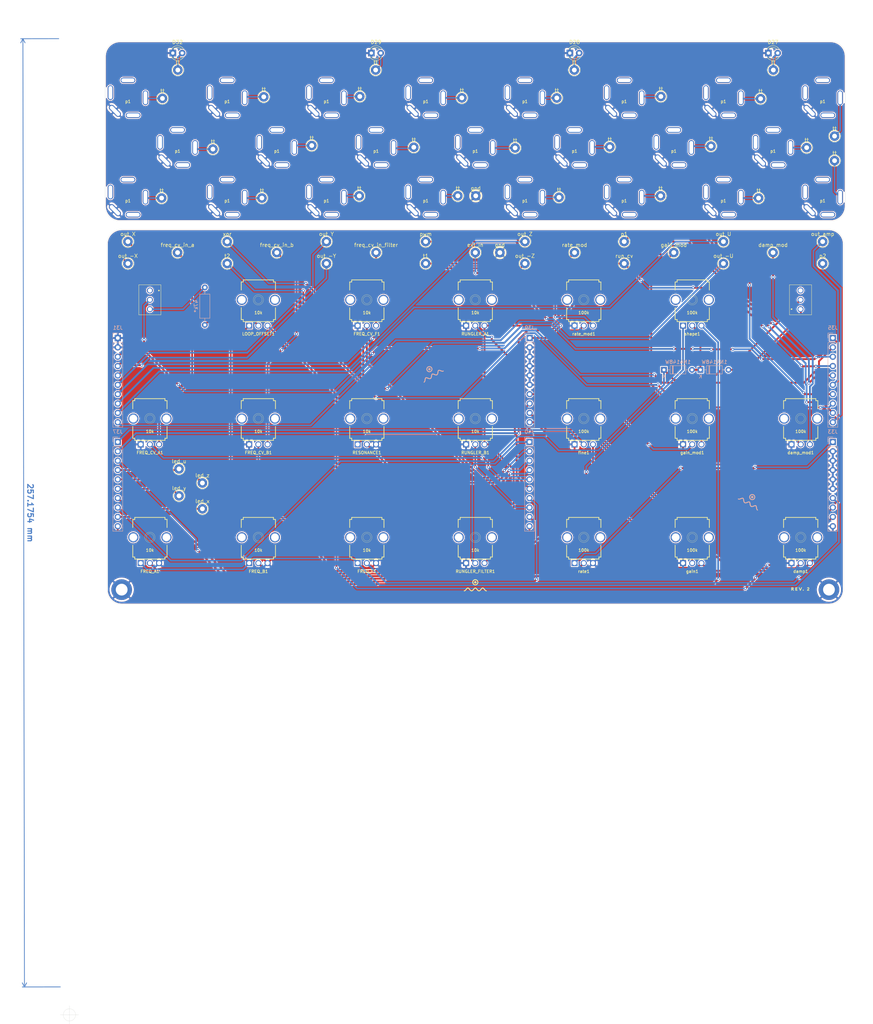
<source format=kicad_pcb>
(kicad_pcb (version 20211014) (generator pcbnew)
  (title_block (title "The Hypjolin Box") (company "Triglav Modular") (comment 1 "Circuit by Rob Hordijk & Ian Fritz"))
  (layers (0 "F.Cu" signal) (31 "B.Cu" signal) (34 "B.Paste" user) (35 "F.Paste" user) (36 "B.SilkS" user "B.Silkscreen") (37 "F.SilkS" user "F.Silkscreen") (38 "B.Mask" user) (39 "F.Mask" user) (44 "Edge.Cuts" user))
  (net 0 "")
  (net 1 "/P {slash} P1")
  (net 2 "Net-(FREQ_CV_B1-Pad3)")
  (net 3 "Net-(LOOP_OFFSET1-Pad2)")
  (net 4 "Net-(R18-Pad2)")
  (net 5 "Net-(FREQ_CV_F1-Pad3)")
  (net 6 "Net-(D30-Pad2)")
  (net 7 "Net-(FREQ_CV_A1-Pad3)")
  (net 8 "Net-(D31-Pad2)")
  (net 11 "/P {slash} OUT_AMP")
  (net 12 "/P {slash} PWM")
  (net 13 "/P {slash} RUN_CV")
  (net 14 "/P {slash} XOR")
  (net 15 "/P {slash} out -U")
  (net 16 "/P {slash} out U")
  (net 17 "/P {slash} out Z")
  (net 18 "/P {slash} out -Z")
  (net 19 "/P {slash} out Y")
  (net 20 "/P {slash} out -Y")
  (net 21 "/P {slash} out -X")
  (net 22 "/P {slash} out X")
  (net 23 "/P {slash} gain_mod")
  (net 24 "/P {slash} rate_mod")
  (net 25 "/P {slash} damp_mod")
  (net 26 "P {slash} GND")
  (net 27 "P {slash} V-")
  (net 28 "P {slash} V+")
  (net 29 "P {slash} VCC")
  (net 30 "/P {slash} LEDU")
  (net 31 "/P {slash} LEDZ")
  (net 32 "/P {slash} LEDY")
  (net 33 "/P {slash} shape_OUT")
  (net 34 "/P {slash} LEDX")
  (net 35 "/P {slash} ext_in")
  (net 36 "/P {slash} shape_IN2")
  (net 37 "/P {slash} shape_IN1")
  (net 38 "/P {slash} damp_pot")
  (net 39 "/P {slash} fine_pot")
  (net 40 "/P {slash} gain_pot")
  (net 41 "/P {slash} gain_mod_pot")
  (net 42 "/P {slash} rate_mod_pot")
  (net 43 "/P {slash} rate_pot")
  (net 44 "/P {slash} damp_mod_pot")
  (net 45 "/P {slash} freq_cv_b_pot")
  (net 46 "/P {slash} freq_a_pot")
  (net 47 "/P {slash} freq_b_pot")
  (net 48 "/P {slash} freq_cv_a_pot")
  (net 49 "/P {slash} run_a_pot")
  (net 50 "/P {slash} run_b_pot")
  (net 51 "/P {slash} offset_switch")
  (net 52 "/P {slash} cv_f_pot")
  (net 53 "/P {slash} freq_f_pot")
  (net 54 "/P {slash} run_f_pot")
  (net 55 "/P {slash} reso_pot_B")
  (net 56 "/P {slash} reso_pot_A")
  (net 57 "/P {slash} P2")
  (net 58 "/P {slash} T1")
  (net 59 "/P {slash} T2")
  (net 60 "P {slash} VEE")
  (net 130 "Net-(J43-Pad3)")
  (net 131 "Net-(J44-Pad3)")
  (net 132 "Net-(J45-Pad3)")
  (net 133 "Net-(J46-Pad3)")
  (net 134 "Net-(J47-Pad3)")
  (net 135 "Net-(J48-Pad3)")
  (net 136 "Net-(J49-Pad3)")
  (net 137 "Net-(J50-Pad3)")
  (net 138 "Net-(J51-Pad3)")
  (net 139 "Net-(J52-Pad3)")
  (net 140 "Net-(J53-Pad3)")
  (net 141 "Net-(J54-Pad3)")
  (net 142 "Net-(J55-Pad3)")
  (net 143 "Net-(J56-Pad3)")
  (net 144 "Net-(J57-Pad3)")
  (net 145 "Net-(J58-Pad3)")
  (net 146 "Net-(J59-Pad3)")
  (net 147 "Net-(J60-Pad3)")
  (net 148 "Net-(J61-Pad3)")
  (net 149 "Net-(J62-Pad3)")
  (net 150 "Net-(J63-Pad3)")
  (net 151 "Net-(J64-Pad3)")
  (net 152 "Net-(J65-Pad3)")
  (net 153 "Net-(D27-Pad2)")
  (net 154 "Net-(D28-Pad2)")
  (net 155 "Net-(D29-Pad2)")
  (net 156 "Net-(D32-Pad2)")
  (footprint "Connector_Pin:Pin_D1.3mm_L11.0mm" (layer "F.Cu") (at 137.153685 90.710129)
    (fp_text reference "J9")
    (fp_text value "pwm")
  )
  (footprint "Triglav_Modular:Bantam_TT" (layer "F.Cu") (at 69.801531 65.180504)
    (fp_text reference "J49")
    (fp_text value "p1")
  )
  (footprint "Connector_Pin:Pin_D1.3mm_L11.0mm" (layer "F.Cu") (at 214.6 64.825)
    (fp_text reference "J79")
    (fp_text value "tt")
  )
  (footprint "Triglav:MusicThingModular-9MM_SNAP-IN_POT" (layer "F.Cu") (at 180.068733 138.70306)
    (fp_text reference "fine1")
    (fp_text value "100k")
  )
  (footprint "Triglav:MusicThingModular-9MM_SNAP-IN_POT" (layer "F.Cu") (at 150.624179 106.498585)
    (fp_text reference "RUNGLER_A1")
    (fp_text value "10k")
  )
  (footprint "Connector_Pin:Pin_D1.3mm_L11.0mm" (layer "F.Cu") (at 191.035889 90.710129)
    (fp_text reference "J7")
    (fp_text value "p1")
  )
  (footprint "LOGO" (layer "F.Cu") (at 251.319597 184.895592)
    (fp_text reference "G***" hide)
    (fp_text value "LOGO" hide)
  )
  (footprint "Triglav:MusicThingModular-9MM_SNAP-IN_POT" (layer "F.Cu") (at 91.735031 106.498585)
    (fp_text reference "LOOP_OFFSET1")
    (fp_text value "10k")
  )
  (footprint "Triglav:MusicThingModular-9MM_SNAP-IN_POT" (layer "F.Cu") (at 238.957892 170.907544)
    (fp_text reference "damp1")
    (fp_text value "100k")
  )
  (footprint "Triglav_Modular:Bantam_TT" (layer "F.Cu") (at 244.917889 51.710129)
    (fp_text reference "J57")
    (fp_text value "p1")
  )
  (footprint "Triglav_Modular:Bantam_TT" (layer "F.Cu") (at 204.506486 65.180504)
    (fp_text reference "J50")
    (fp_text value "p1")
  )
  (footprint "Connector_Pin:Pin_D1.3mm_L11.0mm" (layer "F.Cu") (at 69.801531 93.680504)
    (fp_text reference "J1")
    (fp_text value "freq_cv_in_a")
  )
  (footprint "Connector_Pin:Pin_D1.3mm_L11.0mm" (layer "F.Cu") (at 240.575 65.225)
    (fp_text reference "J94")
    (fp_text value "tt")
  )
  (footprint "Triglav_Modular:Bantam_TT" (layer "F.Cu") (at 191.035763 78.651565)
    (fp_text reference "J59")
    (fp_text value "p1")
  )
  (footprint "Connector_Pin:Pin_D1.3mm_L11.0mm" (layer "F.Cu") (at 227.525 78.9)
    (fp_text reference "J81")
    (fp_text value "tt")
  )
  (footprint "Triglav_Modular:Bantam_TT" (layer "F.Cu") (at 110.212577 51.710129)
    (fp_text reference "J62")
    (fp_text value "p1")
  )
  (footprint "Connector_Pin:Pin_D1.3mm_L11.0mm" (layer "F.Cu") (at 65.475 78.9)
    (fp_text reference "J83")
    (fp_text value "tt")
  )
  (footprint "Connector_Pin:Pin_D1.3mm_L11.0mm" (layer "F.Cu") (at 76.55 156.175)
    (fp_text reference "J67")
    (fp_text value "led_z")
  )
  (footprint "Triglav_Modular:Bantam_TT" (layer "F.Cu") (at 217.976825 51.710129)
    (fp_text reference "J48")
    (fp_text value "p1")
  )
  (footprint "Triglav:MusicThingModular-9MM_SNAP-IN_POT" (layer "F.Cu") (at 62.290446 138.70306)
    (fp_text reference "FREQ_CV_A1")
    (fp_text value "10k")
  )
  (footprint "Connector_Pin:Pin_D1.3mm_L11.0mm" (layer "F.Cu") (at 119.125 78.3)
    (fp_text reference "J85")
    (fp_text value "tt")
  )
  (footprint "Connector_Pin:Pin_D1.3mm_L11.0mm" (layer "F.Cu") (at 231.447478 93.680504)
    (fp_text reference "J25")
    (fp_text value "damp_mod")
  )
  (footprint "Triglav_Modular:Bantam_TT" (layer "F.Cu") (at 83.271515 51.710129)
    (fp_text reference "J44")
    (fp_text value "p1")
  )
  (footprint "Connector_Pin:Pin_D1.3mm_L11.0mm" (layer "F.Cu") (at 56.330453 90.710129)
    (fp_text reference "J22")
    (fp_text value "out X")
  )
  (footprint "Triglav_Modular:Bantam_TT" (layer "F.Cu") (at 164.094701 78.651565)
    (fp_text reference "J55")
    (fp_text value "p1")
  )
  (footprint "Connector_Pin:Pin_D1.3mm_L11.0mm" (layer "F.Cu") (at 110.212453 96.651565)
    (fp_text reference "J20")
    (fp_text value "out -Y")
  )
  (footprint "Triglav:MusicThingModular-9MM_SNAP-IN_POT" (layer "F.Cu") (at 121.179594 138.70306)
    (fp_text reference "RESONANCE1")
    (fp_text value "10k")
  )
  (footprint "Connector_Pin:Pin_D1.3mm_L11.0mm" (layer "F.Cu") (at 96.74278 93.680504)
    (fp_text reference "J2")
    (fp_text value "freq_cv_in_b")
  )
  (footprint "Triglav_Modular:Bantam_TT" (layer "F.Cu") (at 231.447478 65.180504)
    (fp_text reference "J65")
    (fp_text value "p1")
  )
  (footprint "Connector_Pin:Pin_D1.3mm_L11.0mm" (layer "F.Cu") (at 83.270993 90.710129)
    (fp_text reference "J11")
    (fp_text value "xor")
  )
  (footprint "Triglav_Modular:Bantam_TT" (layer "F.Cu") (at 83.271515 78.651565)
    (fp_text reference "J46")
    (fp_text value "p1")
  )
  (footprint "Connector_Triglav:1082MS1T1B1M2QEEVX" (layer "F.Cu") (at 62.290456 103.96 180)
    (fp_text reference "SW1" hide)
    (fp_text value "SUBMINI_SPDT" hide)
  )
  (footprint "Triglav_Modular:Bantam_TT" (layer "F.Cu") (at 96.742522 65.180504)
    (fp_text reference "J45")
    (fp_text value "p1")
  )
  (footprint "Connector_Pin:Pin_D1.3mm_L11.0mm" (layer "F.Cu") (at 137.153685 96.651565)
    (fp_text reference "J5")
    (fp_text value "t1")
  )
  (footprint "Connector_Pin:Pin_D1.3mm_L11.0mm" (layer "F.Cu") (at 150.75 78.3)
    (fp_text reference "J70")
    (fp_text value "gnd")
  )
  (footprint "Connector_Pin:Pin_D1.3mm_L11.0mm" (layer "F.Cu") (at 70.2 152.35)
    (fp_text reference "J66")
    (fp_text value "led_u")
  )
  (footprint "Triglav_Modular:Bantam_TT" (layer "F.Cu") (at 177.565495 65.180504)
    (fp_text reference "J63")
    (fp_text value "p1")
  )
  (footprint "Connector_Pin:Pin_D1.3mm_L11.0mm" (layer "F.Cu") (at 228.075 51.95)
    (fp_text reference "J77")
    (fp_text value "tt")
  )
  (footprint "Triglav_Modular:Bantam_TT" (layer "F.Cu") (at 244.917889 78.651565)
    (fp_text reference "J61")
    (fp_text value "p1")
  )
  (footprint "Triglav:MusicThingModular-9MM_SNAP-IN_POT" (layer "F.Cu") (at 150.624179 170.907544)
    (fp_text reference "RUNGLER_FILTER1")
    (fp_text value "10k")
  )
  (footprint "Connector_Pin:Pin_D1.3mm_L11.0mm" (layer "F.Cu") (at 119.275 51.35)
    (fp_text reference "J91")
    (fp_text value "tt")
  )
  (footprint "Triglav_Modular:Bantam_TT" (layer "F.Cu") (at 137.153639 51.710129)
    (fp_text reference "J51")
    (fp_text value "p1")
  )
  (footprint "Connector_Pin:Pin_D1.3mm_L11.0mm" (layer "F.Cu") (at 161.425 65.3)
    (fp_text reference "J89")
    (fp_text value "tt")
  )
  (footprint "Triglav:MusicThingModular-9MM_SNAP-IN_POT" (layer "F.Cu") (at 150.624179 138.70306)
    (fp_text reference "RUNGLER_B1")
    (fp_text value "10k")
  )
  (footprint "Connector_Pin:Pin_D1.3mm_L11.0mm" (layer "F.Cu") (at 177.565548 93.680504)
    (fp_text reference "J24")
    (fp_text value "rate_mod")
  )
  (footprint "Connector_Pin:Pin_D1.3mm_L11.0mm" (layer "F.Cu") (at 164.095172 90.710129)
    (fp_text reference "J17")
    (fp_text value "out Z")
  )
  (footprint "Triglav:MusicThingModular-9MM_SNAP-IN_POT" (layer "F.Cu") (at 91.735031 170.907544)
    (fp_text reference "FREQ_B1")
    (fp_text value "10k")
  )
  (footprint "LED_THT:LED_D3.0mm_Clear" (layer "F.Cu") (at 176.290548 39.575)
    (fp_text reference "D28")
    (fp_text value "LED_Dual_Bidirectional_Z")
  )
  (footprint "Connector_Pin:Pin_D1.3mm_L11.0mm" (layer "F.Cu") (at 83.270993 96.651565)
    (fp_text reference "J6")
    (fp_text value "t2")
  )
  (footprint "Triglav_Modular:Bantam_TT" (layer "F.Cu") (at 56.330453 78.651565)
    (fp_text reference "J54")
    (fp_text value "p1")
  )
  (footprint "Connector_Pin:Pin_D1.3mm_L11.0mm" (layer "F.Cu") (at 204.50678 93.680504)
    (fp_text reference "J23")
    (fp_text value "gain_mod")
  )
  (footprint "Connector_Pin:Pin_D1.3mm_L11.0mm" (layer "F.Cu") (at 164.095172 96.651565)
    (fp_text reference "J18")
    (fp_text value "out -Z")
  )
  (footprint "Connector_Pin:Pin_D1.3mm_L11.0mm" (layer "F.Cu") (at 133.925 65.125)
    (fp_text reference "J82")
    (fp_text value "tt")
  )
  (footprint "Triglav_Modular:Bantam_TT" (layer "F.Cu") (at 150.624504 65.180504)
    (fp_text reference "J60")
    (fp_text value "p1")
  )
  (footprint "Connector_Pin:Pin_D1.3mm_L11.0mm" (layer "F.Cu") (at 79.4 65.625)
    (fp_text reference "J78")
    (fp_text value "tt")
  )
  (footprint "LED_THT:LED_D3.0mm_Clear" (layer "F.Cu") (at 68.519531 39.575)
    (fp_text reference "D32")
    (fp_text value "LED_Dual_Bidirectional_X")
  )
  (footprint "Connector_Pin:Pin_D1.3mm_L11.0mm" (layer "F.Cu") (at 69.875 44.175)
    (fp_text reference "J98")
    (fp_text value "tt")
  )
  (footprint "Connector_Pin:Pin_D1.3mm_L11.0mm" (layer "F.Cu") (at 93.2 51.45)
    (fp_text reference "J74")
    (fp_text value "tt")
  )
  (footprint "Connector_Pin:Pin_D1.3mm_L11.0mm" (layer "F.Cu") (at 146.975 51.725)
    (fp_text reference "J80")
    (fp_text value "tt")
  )
  (footprint "Triglav:MusicThingModular-9MM_SNAP-IN_POT" (layer "F.Cu") (at 209.513307 170.907544)
    (fp_text reference "gain1")
    (fp_text value "100k")
  )
  (footprint "Triglav:MusicThingModular-9MM_SNAP-IN_POT" (layer "F.Cu") (at 209.513307 106.498585)
    (fp_text reference "shape1")
    (fp_text value "100k")
  )
  (footprint "Connector_Pin:Pin_D1.3mm_L11.0mm" (layer "F.Cu") (at 244.917889 96.651565)
    (fp_text reference "J4")
    (fp_text value "p2")
  )
  (footprint "Triglav_Modular:Bantam_TT" (layer "F.Cu") (at 56.330453 51.710129)
    (fp_text reference "J43")
    (fp_text value "p1")
  )
  (footprint "Triglav:MusicThingModular-9MM_SNAP-IN_POT" (layer "F.Cu") (at 62.290446 170.907544)
    (fp_text reference "FREQ_A1")
    (fp_text value "10k")
  )
  (footprint "Connector_Pin:Pin_D1.3mm_L11.0mm" (layer "F.Cu") (at 248.15 62.1)
    (fp_text reference "J86")
    (fp_text value "tt")
  )
  (footprint "Connector_Pin:Pin_D1.3mm_L11.0mm" (layer "F.Cu") (at 157.3 93.7)
    (fp_text reference "J71")
    (fp_text value "gnd")
  )
  (footprint "Triglav:MusicThingModular-9MM_SNAP-IN_POT" (layer "F.Cu") (at 91.735031 138.70306)
    (fp_text reference "FREQ_CV_B1")
    (fp_text value "10k")
  )
  (footprint "Connector_Pin:Pin_D1.3mm_L11.0mm" (layer "F.Cu") (at 123.683478 93.680504)
    (fp_text reference "J12")
    (fp_text value "freq_cv_in_filter")
  )
  (footprint "Triglav:MusicThingModular-9MM_SNAP-IN_POT" (layer "F.Cu") (at 180.068733 170.907544)
    (fp_text reference "rate1")
    (fp_text value "100k")
  )
  (footprint "Connector_Pin:Pin_D1.3mm_L11.0mm" (layer "F.Cu") (at 191.035889 96.651565)
    (fp_text reference "J10")
    (fp_text value "run_cv")
  )
  (footprint "Connector_Pin:Pin_D1.3mm_L11.0mm" (layer "F.Cu") (at 70.2 159.65)
    (fp_text reference "J68")
    (fp_text value "led_y")
  )
  (footprint "Connector_Pin:Pin_D1.3mm_L11.0mm" (layer "F.Cu") (at 217.977102 96.651565)
    (fp_text reference "J15")
    (fp_text value "out -U")
  )
  (footprint "LED_THT:LED_D3.0mm_Clear" (layer "F.Cu") (at 122.408478 39.575)
    (fp_text reference "D29")
    (fp_text value "LED_Dual_Bidirectional_Y")
  )
  (footprint "Triglav_Modular:Bantam_TT" (layer "F.Cu") (at 164.094701 51.710129)
    (fp_text reference "J58")
    (fp_text value "p1")
  )
  (footprint "Connector_Pin:Pin_D1.3mm_L11.0mm" (layer "F.Cu") (at 173.35 78.7)
    (fp_text reference "J84")
    (fp_text value "tt")
  )
  (footprint "Connector_Pin:Pin_D1.3mm_L11.0mm" (layer "F.Cu") (at 150.62471 93.680504)
    (fp_text reference "J3")
    (fp_text value "ext_in")
  )
  (footprint "Triglav:MusicThingModular-9MM_SNAP-IN_POT" (layer "F.Cu") (at 121.179594 170.907544)
    (fp_text reference "FREQ_F1")
    (fp_text value "10k")
  )
  (footprint "Connector_Pin:Pin_D1.3mm_L11.0mm" (layer "F.Cu") (at 244.917889 90.710129)
    (fp_text reference "J8")
    (fp_text value "out_amp")
  )
  (footprint "Triglav_Modular:Bantam_TT" (layer "F.Cu") (at 191.035763 51.710129)
    (fp_text reference "J47")
    (fp_text value "p1")
  )
  (footprint "Connector_Pin:Pin_D1.3mm_L11.0mm" (layer "F.Cu") (at 200.925 78.3)
    (fp_text reference "J88")
    (fp_text value "tt")
  )
  (footprint "Connector_Pin:Pin_D1.3mm_L11.0mm" (layer "F.Cu") (at 248.15 68.75)
    (fp_text reference "J90")
    (fp_text value "tt")
  )
  (footprint "Connector_Pin:Pin_D1.3mm_L11.0mm" (layer "F.Cu") (at 217.977102 90.710129)
    (fp_text reference "J16")
    (fp_text value "out U")
  )
  (footprint "MountingHole:MountingHole_3.2mm_M3_DIN965_Pad" (layer "F.Cu") (at 246.624171 185.1)
    (fp_text reference "REF**" hide)
    (fp_text value "MountingHole_3.2mm_M3_DIN965_Pad" hide)
  )
  (footprint "Connector_Pin:Pin_D1.3mm_L11.0mm" (layer "F.Cu") (at 76.55 163.175)
    (fp_text reference "J69")
    (fp_text value "led_x")
  )
  (footprint "Connector_Pin:Pin_D1.3mm_L11.0mm" (layer "F.Cu") (at 177.5 44.175)
    (fp_text reference "J96")
    (fp_text value "tt")
  )
  (footprint "Connector_Pin:Pin_D1.3mm_L11.0mm" (layer "F.Cu") (at 123.575 44.175)
    (fp_text reference "J97")
    (fp_text value "tt")
  )
  (footprint "MountingHole:MountingHole_3.2mm_M3_DIN965_Pad" (layer "F.Cu") (at 54.628427 185.1)
    (fp_text reference "REF**" hide)
    (fp_text value "MountingHole_3.2mm_M3_DIN965_Pad" hide)
  )
  (footprint "Triglav:MusicThingModular-9MM_SNAP-IN_POT" (layer "F.Cu") (at 121.179594 106.498585)
    (fp_text reference "FREQ_CV_F1")
    (fp_text value "10k")
  )
  (footprint "Connector_Pin:Pin_D1.3mm_L11.0mm" (layer "F.Cu") (at 65.7 51.875)
    (fp_text reference "J72")
    (fp_text value "tt")
  )
  (footprint "Triglav_Modular:Bantam_TT" (layer "F.Cu") (at 217.976825 78.651565)
    (fp_text reference "J52")
    (fp_text value "p1")
  )
  (footprint "Triglav_Modular:Bantam_TT" (layer "F.Cu") (at 137.153639 78.651565)
    (fp_text reference "J64")
    (fp_text value "p1")
  )
  (footprint "Connector_Pin:Pin_D1.3mm_L11.0mm" (layer "F.Cu") (at 92.7 78.9)
    (fp_text reference "J75")
    (fp_text value "tt")
  )
  (footprint "Triglav:MusicThingModular-9MM_SNAP-IN_POT" (layer "F.Cu") (at 238.957892 138.70306)
    (fp_text reference "damp_mod1")
    (fp_text value "100k")
  )
  (footprint "Connector_Pin:Pin_D1.3mm_L11.0mm" (layer "F.Cu") (at 110.212453 90.710129)
    (fp_text reference "J19")
    (fp_text value "out Y")
  )
  (footprint "Connector_Pin:Pin_D1.3mm_L11.0mm" (layer "F.Cu") (at 145.875 78.3)
    (fp_text reference "J93")
    (fp_text value "tt")
  )
  (footprint "Connector_Pin:Pin_D1.3mm_L11.0mm" (layer "F.Cu") (at 231.525 44.175)
    (fp_text reference "J95")
    (fp_text value "tt")
  )
  (footprint "Connector_Pin:Pin_D1.3mm_L11.0mm" (layer "F.Cu") (at 201 51.35)
    (fp_text reference "J76")
    (fp_text value "tt")
  )
  (footprint "Triglav_Modular:Bantam_TT" (layer "F.Cu") (at 123.683513 65.180504)
    (fp_text reference "J53")
    (fp_text value "p1")
  )
  (footprint "Connector_Pin:Pin_D1.3mm_L11.0mm" (layer "F.Cu") (at 172.75 51.75)
    (fp_text reference "J87")
    (fp_text value "tt")
  )
  (footprint "Triglav:MusicThingModular-9MM_SNAP-IN_POT" (layer "F.Cu") (at 180.068733 106.498585)
    (fp_text reference "rate_mod1")
    (fp_text value "100k")
  )
  (footprint "Connector_Pin:Pin_D1.3mm_L11.0mm" (layer "F.Cu") (at 56.330453 96.651565)
    (fp_text reference "J21")
    (fp_text value "out -X")
  )
  (footprint "Connector_Pin:Pin_D1.3mm_L11.0mm" (layer "F.Cu") (at 187.125 65.025)
    (fp_text reference "J92")
    (fp_text value "tt")
  )
  (footprint "Triglav:MusicThingModular-9MM_SNAP-IN_POT" (layer "F.Cu") (at 209.513307 138.70306)
    (fp_text reference "gain_mod1")
    (fp_text value "100k")
  )
  (footprint "Triglav_Modular:Bantam_TT" (layer "F.Cu") (at 110.212577 78.651565)
    (fp_text reference "J56")
    (fp_text value "p1")
  )
  (footprint "LED_THT:LED_D3.0mm_Clear" (layer "F.Cu") (at 230.172478 39.575)
    (fp_text reference "D27")
    (fp_text value "LED_Dual_Bidirectional_U")
  )
  (footprint "Connector_Triglav:1082MS1T1B1M2QEEVX" (layer "F.Cu") (at 238.907895 109.04)
    (fp_text reference "SW2" hide)
    (fp_text value "SUBMINI_SPDT" hide)
  )
  (footprint "Connector_Pin:Pin_D1.3mm_L11.0mm" (layer "F.Cu") (at 106.225 64.65)
    (fp_text reference "J73")
    (fp_text value "tt")
  )
  (footprint "Connector_PinSocket_2.54mm:PinSocket_1x10_P2.54mm_Vertical" (layer "B.Cu") (at 53.571171 145.045 180)
    (fp_text reference "J37")
    (fp_text value "CONN_6_P")
  )
  (footprint "Resistor_THT:R_Axial_DIN0207_L6.3mm_D2.5mm_P10.16mm_Horizontal" (layer "B.Cu") (at 77.2 113.3 90)
    (fp_text reference "R18" hide)
    (fp_text value "47k*")
  )
  (footprint "Diode_THT:D_DO-35_SOD27_P7.62mm_Horizontal" (layer "B.Cu") (at 201.828 125.482)
    (fp_text reference "D30" hide)
    (fp_text value "1N4148W")
  )
  (footprint "Connector_PinSocket_2.54mm:PinSocket_1x10_P2.54mm_Vertical" (layer "B.Cu") (at 165.381171 116.846 180)
    (fp_text reference "J39")
    (fp_text value "CONN_1_P")
  )
  (footprint "Connector_PinSocket_2.54mm:PinSocket_1x10_P2.54mm_Vertical" (layer "B.Cu") (at 53.571171 116.846 180)
    (fp_text reference "J31")
    (fp_text value "CONN_4_P")
  )
  (footprint "Diode_THT:D_DO-35_SOD27_P7.62mm_Horizontal" (layer "B.Cu") (at 211.734 125.482)
    (fp_text reference "D31" hide)
    (fp_text value "1N4148W")
  )
  (footprint "Connector_PinSocket_2.54mm:PinSocket_1x10_P2.54mm_Vertical" (layer "B.Cu") (at 247.677171 116.846 180)
    (fp_text reference "J35")
    (fp_text value "CONN_2_P")
  )
  (footprint "Connector_PinSocket_2.54mm:PinSocket_1x10_P2.54mm_Vertical" (layer "B.Cu") (at 165.331171 145.045 180)
    (fp_text reference "J40")
    (fp_text value "CONN_3_P")
  )
  (footprint "Connector_PinSocket_2.54mm:PinSocket_1x10_P2.54mm_Vertical" (layer "B.Cu") (at 247.677171 145.045 180)
    (fp_text reference "J33")
    (fp_text value "CONN_5_P")
  )
  (gr_circle (center 138.165412 125.30623) (end 137.55996 125.655788) (layer "B.SilkS") (width 0.25) (fill none))
  (gr_curve (pts (xy 141.939319 125.813336) (xy 141.726166 125.936399) (xy 141.492979 125.838935) (xy 141.247988 125.734564)) (layer "B.SilkS") (width 0.25))
  (gr_curve (pts (xy 226.764948 162.335634) (xy 226.62107 162.252566) (xy 226.393843 162.34955) (xy 226.19187 162.436022)) (layer "B.SilkS") (width 0.25))
  (gr_curve (pts (xy 222.711098 160.426397) (xy 222.466955 160.529298) (xy 222.233768 160.626762) (xy 222.020616 160.503698)) (layer "B.SilkS") (width 0.25))
  (gr_curve (pts (xy 139.507069 126.739684) (xy 139.306308 126.654081) (xy 139.078403 126.55592) (xy 138.934525 126.638988)) (layer "B.SilkS") (width 0.25))
  (gr_curve (pts (xy 226.964013 162.881819) (xy 226.937768 162.665153) (xy 226.908826 162.418702) (xy 226.764948 162.335634)) (layer "B.SilkS") (width 0.25))
  (gr_curve (pts (xy 137.766683 127.744497) (xy 137.566092 127.659186) (xy 137.338016 127.560732) (xy 137.194139 127.6438)) (layer "B.SilkS") (width 0.25))
  (gr_circle (center 225.793673 159.998063) (end 225.188221 159.648505) (layer "B.SilkS") (width 0.25) (fill none))
  (gr_curve (pts (xy 225.500541 162.514794) (xy 225.285789 162.390808) (xy 225.2552 162.141052) (xy 225.223094 161.876699)) (layer "B.SilkS") (width 0.25))
  (gr_curve (pts (xy 138.735459 127.185174) (xy 138.703351 127.449528) (xy 138.672763 127.699283) (xy 138.458013 127.823269)) (layer "B.SilkS") (width 0.25))
  (gr_curve (pts (xy 227.24146 163.519915) (xy 227.028308 163.396851) (xy 226.996121 163.146173) (xy 226.964013 162.881819)) (layer "B.SilkS") (width 0.25))
  (gr_curve (pts (xy 137.194139 127.6438) (xy 137.050261 127.726868) (xy 137.02064 127.972144) (xy 136.995073 128.189986)) (layer "B.SilkS") (width 0.25))
  (gr_curve (pts (xy 225.024027 161.330513) (xy 224.880151 161.247445) (xy 224.652923 161.34443) (xy 224.451483 161.43121)) (layer "B.SilkS") (width 0.25))
  (gr_curve (pts (xy 140.198399 126.818456) (xy 139.983648 126.942443) (xy 139.752059 126.844056) (xy 139.507069 126.739684)) (layer "B.SilkS") (width 0.25))
  (gr_curve (pts (xy 226.19187 162.436022) (xy 225.946879 162.540393) (xy 225.715291 162.638781) (xy 225.500541 162.514794)) (layer "B.SilkS") (width 0.25))
  (gr_curve (pts (xy 223.482707 160.871887) (xy 223.456293 160.655514) (xy 223.427519 160.408768) (xy 223.283642 160.325701)) (layer "B.SilkS") (width 0.25))
  (gr_circle (center 225.793673 159.998063) (end 225.620085 159.897842) (layer "B.SilkS") (width 0.25) (fill none))
  (gr_curve (pts (xy 223.283642 160.325701) (xy 223.139764 160.242633) (xy 222.912538 160.339618) (xy 222.711098 160.426397)) (layer "B.SilkS") (width 0.25))
  (gr_curve (pts (xy 140.675445 125.633867) (xy 140.531567 125.716935) (xy 140.501945 125.962211) (xy 140.475845 126.180361)) (layer "B.SilkS") (width 0.25))
  (gr_curve (pts (xy 141.247988 125.734564) (xy 141.047227 125.64896) (xy 140.819323 125.550799) (xy 140.675445 125.633867)) (layer "B.SilkS") (width 0.25))
  (gr_curve (pts (xy 138.934525 126.638988) (xy 138.790648 126.722055) (xy 138.761025 126.967332) (xy 138.735459 127.185174)) (layer "B.SilkS") (width 0.25))
  (gr_curve (pts (xy 136.995073 128.189986) (xy 136.962116 128.45287) (xy 136.929929 128.703548) (xy 136.716776 128.826611)) (layer "B.SilkS") (width 0.25))
  (gr_circle (center 138.165412 125.30623) (end 137.991824 125.406451) (layer "B.SilkS") (width 0.25) (fill none))
  (gr_curve (pts (xy 140.475845 126.180361) (xy 140.443738 126.444715) (xy 140.41315 126.69447) (xy 140.198399 126.818456)) (layer "B.SilkS") (width 0.25))
  (gr_curve (pts (xy 224.451483 161.43121) (xy 224.206492 161.535581) (xy 223.974904 161.633968) (xy 223.760154 161.509982)) (layer "B.SilkS") (width 0.25))
  (gr_curve (pts (xy 138.458013 127.823269) (xy 138.243262 127.947255) (xy 138.011673 127.848868) (xy 137.766683 127.744497)) (layer "B.SilkS") (width 0.25))
  (gr_curve (pts (xy 225.223094 161.876699) (xy 225.196848 161.660033) (xy 225.167905 161.413581) (xy 225.024027 161.330513)) (layer "B.SilkS") (width 0.25))
  (gr_curve (pts (xy 223.760154 161.509982) (xy 223.545403 161.385995) (xy 223.514815 161.13624) (xy 223.482707 160.871887)) (layer "B.SilkS") (width 0.25))
  (gr_curve (pts (xy 150.624487 184.634216) (xy 150.790622 184.634216) (xy 150.938914 184.83182) (xy 151.069976 185.007694)) (layer "F.SilkS") (width 0.25))
  (gr_circle (center 150.624179 183.095457) (end 150.824621 183.095457) (layer "F.SilkS") (width 0.25) (fill none))
  (gr_curve (pts (xy 150.178997 185.007694) (xy 150.31006 184.833178) (xy 150.458351 184.634216) (xy 150.624487 184.634216)) (layer "F.SilkS") (width 0.25))
  (gr_curve (pts (xy 147.609433 185.421577) (xy 147.85556 185.421577) (xy 148.008774 185.220577) (xy 148.168757 185.007694)) (layer "F.SilkS") (width 0.25))
  (gr_curve (pts (xy 152.188622 185.007694) (xy 152.319684 184.833517) (xy 152.467976 184.634216) (xy 152.634111 184.634216)) (layer "F.SilkS") (width 0.25))
  (gr_curve (pts (xy 151.069976 185.007694) (xy 151.229959 185.220577) (xy 151.381327 185.421577) (xy 151.629299 185.421577)) (layer "F.SilkS") (width 0.25))
  (gr_curve (pts (xy 151.629299 185.421577) (xy 151.877272 185.421577) (xy 152.02864 185.220577) (xy 152.188622 185.007694)) (layer "F.SilkS") (width 0.25))
  (gr_curve (pts (xy 153.079601 185.007694) (xy 153.239584 185.21888) (xy 153.392798 185.419879) (xy 153.638925 185.419879)) (layer "F.SilkS") (width 0.25))
  (gr_curve (pts (xy 148.168757 185.007694) (xy 148.299819 184.833178) (xy 148.44811 184.634216) (xy 148.614246 184.634216)) (layer "F.SilkS") (width 0.25))
  (gr_curve (pts (xy 148.614246 184.634216) (xy 148.780382 184.634216) (xy 148.928673 184.83182) (xy 149.060351 185.007694)) (layer "F.SilkS") (width 0.25))
  (gr_curve (pts (xy 152.634111 184.634216) (xy 152.800247 184.634216) (xy 152.948538 184.83182) (xy 153.079601 185.007694)) (layer "F.SilkS") (width 0.25))
  (gr_curve (pts (xy 149.619674 185.421577) (xy 149.867647 185.421577) (xy 150.019015 185.220577) (xy 150.178997 185.007694)) (layer "F.SilkS") (width 0.25))
  (gr_curve (pts (xy 149.060351 185.007694) (xy 149.220333 185.220577) (xy 149.371701 185.421577) (xy 149.619674 185.421577)) (layer "F.SilkS") (width 0.25))
  (gr_circle (center 150.624179 183.095457) (end 151.323295 183.095457) (layer "F.SilkS") (width 0.25) (fill none))
  (gr_arc (start 50.625 91.4) (mid 51.796573 88.571573) (end 54.625 87.4) (layer "Edge.Cuts") (width 0.05))
  (gr_arc (start 50.125829 40.425) (mid 51.297402 37.596573) (end 54.125829 36.425) (layer "Edge.Cuts") (width 0.05))
  (gr_line (start 250.624171 91.4) (end 250.624171 185.1) (layer "Edge.Cuts") (width 0.05))
  (gr_arc (start 54.129256 85.125) (mid 51.300815 83.953441) (end 50.129256 81.125) (layer "Edge.Cuts") (width 0.05))
  (gr_line (start 54.125829 36.425) (end 247.125 36.425) (layer "Edge.Cuts") (width 0.05))
  (gr_line (start 54.625 87.4) (end 246.624171 87.4) (layer "Edge.Cuts") (width 0.05))
  (gr_arc (start 247.125 36.425) (mid 249.953441 37.596559) (end 251.125 40.425) (layer "Edge.Cuts") (width 0.05))
  (gr_line (start 246.624171 189.1) (end 54.628427 189.1) (layer "Edge.Cuts") (width 0.05))
  (gr_arc (start 246.624171 87.4) (mid 249.452617 88.571563) (end 250.624171 91.4) (layer "Edge.Cuts") (width 0.05))
  (gr_arc (start 250.624171 185.1) (mid 249.452598 187.928427) (end 246.624171 189.1) (layer "Edge.Cuts") (width 0.05))
  (gr_line (start 247.125 85.125) (end 54.129256 85.125) (layer "Edge.Cuts") (width 0.05))
  (gr_line (start 251.125 40.425) (end 251.125 81.125) (layer "Edge.Cuts") (width 0.05))
  (gr_arc (start 54.628427 189.1) (mid 51.8 187.928427) (end 50.628427 185.1) (layer "Edge.Cuts") (width 0.05))
  (gr_line (start 50.628427 185.1) (end 50.625 91.4) (layer "Edge.Cuts") (width 0.05))
  (gr_line (start 50.129256 81.125) (end 50.125829 40.425) (layer "Edge.Cuts") (width 0.05))
  (gr_arc (start 251.125 81.125) (mid 249.953421 83.953421) (end 247.125 85.125) (layer "Edge.Cuts") (width 0.05))
  (dimension (type aligned) (layer "B.Cu") (pts (xy 38.0488 35.6676) (xy 38.4806 292.8426)) (height 10.23546) (gr_text "257.1754 mm" (at 29.829251 164.269263 270.0962002) (layer "B.Cu") (effects (font (size 1.5 1.5) (thickness 0.3)))) (format (units 3) (units_format 1) (precision 4)) (style (thickness 0.2) (arrow_length 1.27) (text_position_mode 0) (extension_height 0.58642) (extension_offset 0.5) keep_text_aligned))
  (target plus (at 40.45 300.425) (size 5) (width 0.05) (layer "Edge.Cuts"))
  (segment (start 247.677171 132.086) (end 240.1365 132.086) (width 0.5) (layer "F.Cu") (net 1))
  (segment (start 192.335889 89.410129) (end 213.21054 89.410129) (width 0.5) (layer "F.Cu") (net 1))
  (segment (start 191.035889 90.710129) (end 192.335889 89.410129) (width 0.5) (layer "F.Cu") (net 1))
  (segment (start 213.21054 89.410129) (end 225.1 101.299589) (width 0.5) (layer "F.Cu") (net 1))
  (segment (start 240.1365 132.086) (end 239.7005 131.65) (width 0.5) (layer "F.Cu") (net 1))
  (segment (start 225.1 101.299589) (end 225.1 102.45) (width 0.5) (layer "F.Cu") (net 1))
  (via (at 239.7005 131.65) (size 0.8) (drill 0.4) (layers "F.Cu" "B.Cu") (net 1))
  (via (at 225.1 102.45) (size 0.8) (drill 0.4) (layers "F.Cu" "B.Cu") (net 1))
  (segment (start 239.7005 131.65) (end 225.1 117.0495) (width 0.5) (layer "B.Cu") (net 1))
  (segment (start 225.1 117.0495) (end 225.1 102.45) (width 0.5) (layer "B.Cu") (net 1))
  (segment (start 102.108321 99.046045) (end 102.108321 115.741948) (width 0.5) (layer "F.Cu") (net 2))
  (segment (start 94.234391 145.70076) (end 94.234391 123.890609) (width 0.5) (layer "F.Cu") (net 2))
  (segment (start 94.234391 123.890609) (end 98.075 120.05) (width 0.5) (layer "F.Cu") (net 2))
  (segment (start 96.74278 93.680504) (end 102.108321 99.046045) (width 0.5) (layer "F.Cu") (net 2))
  (via (at 98.075 120.05) (size 0.8) (drill 0.4) (layers "F.Cu" "B.Cu") (net 2))
  (via (at 102.108321 115.741948) (size 0.8) (drill 0.4) (layers "F.Cu" "B.Cu") (net 2))
  (segment (start 102.108321 116.016679) (end 98.075 120.05) (width 0.5) (layer "B.Cu") (net 2))
  (segment (start 102.108321 115.741948) (end 102.108321 116.016679) (width 0.5) (layer "B.Cu") (net 2))
  (segment (start 90.460801 112.222055) (end 91.735031 113.496285) (width 0.5) (layer "F.Cu") (net 3))
  (segment (start 77.2 113.3) (end 78.277945 112.222055) (width 0.5) (layer "F.Cu") (net 3))
  (segment (start 78.277945 112.222055) (end 90.460801 112.222055) (width 0.5) (layer "F.Cu") (net 3))
  (segment (start 71.3 109.04) (end 62.290456 109.04) (width 0.5) (layer "B.Cu") (net 4))
  (segment (start 77.2 103.14) (end 71.3 109.04) (width 0.5) (layer "B.Cu") (net 4))
  (segment (start 123.683478 113.491761) (end 123.678954 113.496285) (width 0.5) (layer "F.Cu") (net 5))
  (segment (start 123.683478 93.680504) (end 123.683478 113.491761) (width 0.5) (layer "F.Cu") (net 5))
  (segment (start 211.734 125.482) (end 211.734 115.716978) (width 0.5) (layer "F.Cu") (net 6))
  (segment (start 211.734 115.716978) (end 209.513307 113.496285) (width 0.5) (layer "F.Cu") (net 6))
  (segment (start 209.448 125.482) (end 211.734 125.482) (width 0.5) (layer "F.Cu") (net 6))
  (segment (start 73.751532 128.336468) (end 64.789806 137.298194) (width 0.5) (layer "F.Cu") (net 7))
  (segment (start 73.751532 97.630505) (end 73.751532 128.336468) (width 0.5) (layer "F.Cu") (net 7))
  (segment (start 73.751532 97.630505) (end 69.801531 93.680504) (width 0.5) (layer "F.Cu") (net 7))
  (segment (start 64.789806 137.298194) (end 64.789806 145.70076) (width 0.5) (layer "F.Cu") (net 7))
  (segment (start 239 110.7) (end 239 109.132105) (width 0.5) (layer "F.Cu") (net 8))
  (segment (start 224.218 125.482) (end 239 110.7) (width 0.5) (layer "F.Cu") (net 8))
  (segment (start 219.354 125.482) (end 224.218 125.482) (width 0.5) (layer "F.Cu") (net 8))
  (segment (start 242.4 97.325) (end 249.072 103.997) (width 0.5) (layer "B.Cu") (net 11))
  (segment (start 249.072 128.151171) (end 247.677171 129.546) (width 0.5) (layer "B.Cu") (net 11))
  (segment (start 242.4 97.325) (end 242.4 93.228018) (width 0.5) (layer "B.Cu") (net 11))
  (segment (start 249.072 103.997) (end 249.072 128.151171) (width 0.5) (layer "B.Cu") (net 11))
  (segment (start 242.4 93.228018) (end 244.917889 90.710129) (width 0.5) (layer "B.Cu") (net 11))
  (segment (start 208.475 90.7) (end 230.61576 112.84076) (width 0.5) (layer "F.Cu") (net 12))
  (segment (start 166.580175 90.7) (end 188.550886 90.7) (width 0.5) (layer "F.Cu") (net 12))
  (segment (start 191.325886 93.475) (end 198.975 93.475) (width 0.5) (layer "F.Cu") (net 12))
  (segment (start 164.820046 92.460129) (end 166.580175 90.7) (width 0.5) (layer "F.Cu") (net 12))
  (segment (start 198.975 93.475) (end 201.75 90.7) (width 0.5) (layer "F.Cu") (net 12))
  (segment (start 161.620298 90.710129) (end 163.370298 92.460129) (width 0.5) (layer "F.Cu") (net 12))
  (segment (start 163.370298 92.460129) (end 164.820046 92.460129) (width 0.5) (layer "F.Cu") (net 12))
  (segment (start 230.61576 112.84076) (end 231.36576 112.84076) (width 0.5) (layer "F.Cu") (net 12))
  (segment (start 241.175 129.1) (end 243.269 127.006) (width 0.5) (layer "F.Cu") (net 12))
  (segment (start 201.75 90.7) (end 208.475 90.7) (width 0.5) (layer "F.Cu") (net 12))
  (segment (start 188.550886 90.7) (end 191.325886 93.475) (width 0.5) (layer "F.Cu") (net 12))
  (segment (start 243.269 127.006) (end 247.677171 127.006) (width 0.5) (layer "F.Cu") (net 12))
  (segment (start 137.153685 90.710129) (end 161.620298 90.710129) (width 0.5) (layer "F.Cu") (net 12))
  (via (at 231.36576 112.84076) (size 0.8) (drill 0.4) (layers "F.Cu" "B.Cu") (net 12))
  (via (at 241.175 129.1) (size 0.8) (drill 0.4) (layers "F.Cu" "B.Cu") (net 12))
  (segment (start 241.175 129.1) (end 241.175 122.65) (width 0.5) (layer "B.Cu") (net 12))
  (segment (start 241.175 122.65) (end 231.36576 112.84076) (width 0.5) (layer "B.Cu") (net 12))
  (segment (start 243.074001 124.525) (end 239.4 124.525) (width 0.5) (layer "F.Cu") (net 13))
  (segment (start 191.035889 96.651565) (end 188.41576 96.651565) (width 0.5) (layer "F.Cu") (net 13))
  (segment (start 188.41576 96.651565) (end 171.57104 113.496285) (width 0.5) (layer "F.Cu") (net 13))
  (segment (start 154.289176 145.70076) (end 153.123539 145.70076) (width 0.5) (layer "F.Cu") (net 13))
  (segment (start 161.025466 170.003317) (end 161.025466 152.43705) (width 0.5) (layer "F.Cu") (net 13))
  (segment (start 209.775 103.225) (end 218.125 103.225) (width 0.5) (layer "F.Cu") (net 13))
  (segment (start 161.025466 152.43705) (end 154.289176 145.70076) (width 0.5) (layer "F.Cu") (net 13))
  (segment (start 153.123539 145.70076) (end 153.123539 113.496285) (width 0.5) (layer "F.Cu") (net 13))
  (segment (start 195.584322 101.199998) (end 195.65 101.199998) (width 0.5) (layer "F.Cu") (net 13))
  (segment (start 153.123539 177.905244) (end 161.025466 170.003317) (width 0.5) (layer "F.Cu") (net 13))
  (segment (start 239.4 124.525) (end 239.15 124.275) (width 0.5) (layer "F.Cu") (net 13))
  (segment (start 218.125 103.225) (end 228.7 113.8) (width 0.5) (layer "F.Cu") (net 13))
  (segment (start 191.035889 96.651565) (end 195.584322 101.199998) (width 0.5) (layer "F.Cu") (net 13))
  (segment (start 171.57104 113.496285) (end 153.123539 113.496285) (width 0.5) (layer "F.Cu") (net 13))
  (via (at 195.65 101.199998) (size 0.8) (drill 0.4) (layers "F.Cu" "B.Cu") (net 13))
  (via (at 243.074001 124.525) (size 0.8) (drill 0.4) (layers "F.Cu" "B.Cu") (net 13))
  (via (at 209.775 103.225) (size 0.8) (drill 0.4) (layers "F.Cu" "B.Cu") (net 13))
  (via (at 228.7 113.8) (size 0.8) (drill 0.4) (layers "F.Cu" "B.Cu") (net 13))
  (via (at 239.15 124.275) (size 0.8) (drill 0.4) (layers "F.Cu" "B.Cu") (net 13))
  (segment (start 195.65 101.199998) (end 197.675002 103.225) (width 0.5) (layer "B.Cu") (net 13))
  (segment (start 228.7 113.8) (end 228.7 113.825) (width 0.5) (layer "B.Cu") (net 13))
  (segment (start 197.675002 103.225) (end 209.775 103.225) (width 0.5) (layer "B.Cu") (net 13))
  (segment (start 247.677171 124.466) (end 243.133001 124.466) (width 0.5) (layer "B.Cu") (net 13))
  (segment (start 228.7 113.825) (end 239.15 124.275) (width 0.5) (layer "B.Cu") (net 13))
  (segment (start 243.133001 124.466) (end 243.074001 124.525) (width 0.5) (layer "B.Cu") (net 13))
  (segment (start 242.725 122.575) (end 228.35 122.575) (width 0.5) (layer "F.Cu") (net 14))
  (segment (start 243.15 122.15) (end 242.725 122.575) (width 0.5) (layer "F.Cu") (net 14))
  (segment (start 120.2 123.275) (end 120.2 128.4) (width 0.5) (layer "F.Cu") (net 14))
  (segment (start 122.375 130.575) (end 126.7 130.575) (width 0.5) (layer "F.Cu") (net 14))
  (segment (start 214.675 119.925) (end 220.5 119.925) (width 0.5) (layer "F.Cu") (net 14))
  (segment (start 120.2 128.4) (end 122.375 130.575) (width 0.5) (layer "F.Cu") (net 14))
  (segment (start 204.5 119.8) (end 209.675 119.8) (width 0.5) (layer "F.Cu") (net 14))
  (segment (start 118.475 115.875) (end 120.2 117.6) (width 0.5) (layer "F.Cu") (net 14))
  (segment (start 104.625 102.025) (end 118.475 115.875) (width 0.5) (layer "F.Cu") (net 14))
  (segment (start 120.2 117.6) (end 120.2 123.275) (width 0.5) (layer "F.Cu") (net 14))
  (via (at 126.7 130.575) (size 0.8) (drill 0.4) (layers "F.Cu" "B.Cu") (net 14))
  (via (at 214.675 119.925) (size 0.8) (drill 0.4) (layers "F.Cu" "B.Cu") (net 14))
  (via (at 204.5 119.8) (size 0.8) (drill 0.4) (layers "F.Cu" "B.Cu") (net 14))
  (via (at 209.675 119.8) (size 0.8) (drill 0.4) (layers "F.Cu" "B.Cu") (net 14))
  (via (at 220.5 119.925) (size 0.8) (drill 0.4) (layers "F.Cu" "B.Cu") (net 14))
  (via (at 228.35 122.575) (size 0.8) (drill 0.4) (layers "F.Cu" "B.Cu") (net 14))
  (via (at 104.625 102.025) (size 0.8) (drill 0.4) (layers "F.Cu" "B.Cu") (net 14))
  (via (at 243.15 122.15) (size 0.8) (drill 0.4) (layers "F.Cu" "B.Cu") (net 14))
  (segment (start 94.585864 102.025) (end 104.625 102.025) (width 0.5) (layer "B.Cu") (net 14))
  (segment (start 83.270993 90.710129) (end 94.585864 102.025) (width 0.5) (layer "B.Cu") (net 14))
  (segment (start 166.65 113.125) (end 166.975 113.125) (width 0.5) (layer "B.Cu") (net 14))
  (segment (start 247.677171 121.926) (end 243.374 121.926) (width 0.5) (layer "B.Cu") (net 14))
  (segment (start 126.7 130.575) (end 134.1 123.175) (width 0.5) (layer "B.Cu") (net 14))
  (segment (start 176.55 118.525) (end 177.825 119.8) (width 0.5) (layer "B.Cu") (net 14))
  (segment (start 170.95 113.125) (end 171.15 113.125) (width 0.5) (layer "B.Cu") (net 14))
  (segment (start 158.5 118.175) (end 163.55 113.125) (width 0.5) (layer "B.Cu") (net 14))
  (segment (start 228.35 122.575) (end 225.7 119.925) (width 0.5) (layer "B.Cu") (net 14))
  (segment (start 177.825 119.8) (end 204.5 119.8) (width 0.5) (layer "B.Cu") (net 14))
  (segment (start 243.374 121.926) (end 243.15 122.15) (width 0.5) (layer "B.Cu") (net 14))
  (segment (start 214.55 119.8) (end 214.675 119.925) (width 0.5) (layer "B.Cu") (net 14))
  (segment (start 139.1 118.175) (end 158.225 118.175) (width 0.5) (layer "B.Cu") (net 14))
  (segment (start 163.55 113.125) (end 166.65 113.125) (width 0.5) (layer "B.Cu") (net 14))
  (segment (start 171.15 113.125) (end 176.55 118.525) (width 0.5) (layer "B.Cu") (net 14))
  (segment (start 209.675 119.8) (end 214.55 119.8) (width 0.5) (layer "B.Cu") (net 14))
  (segment (start 134.1 123.175) (end 138.425 118.85) (width 0.5) (layer "B.Cu") (net 14))
  (segment (start 225.7 119.925) (end 220.5 119.925) (width 0.5) (layer "B.Cu") (net 14))
  (segment (start 158.225 118.175) (end 158.5 118.175) (width 0.5) (layer "B.Cu") (net 14))
  (segment (start 170.275 113.125) (end 170.95 113.125) (width 0.5) (layer "B.Cu") (net 14))
  (segment (start 166.975 113.125) (end 170.275 113.125) (width 0.5) (layer "B.Cu") (net 14))
  (segment (start 138.425 118.85) (end 139.1 118.175) (width 0.5) (layer "B.Cu") (net 14))
  (segment (start 171.439743 112.425499) (end 166.789743 112.425499) (width 0.5) (layer "B.Cu") (net 15))
  (segment (start 175.938744 116.9245) (end 171.439743 112.425499) (width 0.5) (layer "B.Cu") (net 15))
  (segment (start 105.944 140.556) (end 54.421171 140.556) (width 0.5) (layer "B.Cu") (net 15))
  (segment (start 217.977102 96.651565) (end 197.704167 116.9245) (width 0.5) (layer "B.Cu") (net 15))
  (segment (start 162.624501 112.375499) (end 157.524501 117.475499) (width 0.5) (layer "B.Cu") (net 15))
  (segment (start 197.704167 116.9245) (end 175.938744 116.9245) (width 0.5) (layer "B.Cu") (net 15))
  (segment (start 157.524501 117.475499) (end 129.024501 117.475499) (width 0.5) (layer "B.Cu") (net 15))
  (segment (start 166.789743 112.425499) (end 166.739743 112.375499) (width 0.5) (layer "B.Cu") (net 15))
  (segment (start 129.024501 117.475499) (end 105.944 140.556) (width 0.5) (layer "B.Cu") (net 15))
  (segment (start 54.421171 140.556) (end 53.571171 139.706) (width 0.5) (layer "B.Cu") (net 15))
  (segment (start 166.739743 112.375499) (end 162.624501 112.375499) (width 0.5) (layer "B.Cu") (net 15))
  (segment (start 116.889743 125.649501) (end 116.625499 125.649501) (width 0.5) (layer "B.Cu") (net 16))
  (segment (start 116.625499 125.649501) (end 116.35 125.925) (width 0.5) (layer "B.Cu") (net 16))
  (segment (start 64.812171 125.925) (end 53.571171 137.166) (width 0.5) (layer "B.Cu") (net 16))
  (segment (start 187.05 108.55) (end 133.989244 108.55) (width 0.5) (layer "B.Cu") (net 16))
  (segment (start 217.977102 90.710129) (end 204.889871 90.710129) (width 0.5) (layer "B.Cu") (net 16))
  (segment (start 133.989244 108.55) (end 116.889743 125.649501) (width 0.5) (layer "B.Cu") (net 16))
  (segment (start 204.889871 90.710129) (end 187.05 108.55) (width 0.5) (layer "B.Cu") (net 16))
  (segment (start 116.35 125.925) (end 64.812171 125.925) (width 0.5) (layer "B.Cu") (net 16))
  (segment (start 164.095172 90.710129) (end 150.839871 90.710129) (width 0.5) (layer "B.Cu") (net 17))
  (segment (start 116.6 124.95) (end 63.247171 124.95) (width 0.5) (layer "B.Cu") (net 17))
  (segment (start 63.247171 124.95) (end 53.571171 134.626) (width 0.5) (layer "B.Cu") (net 17))
  (segment (start 150.839871 90.710129) (end 116.6 124.95) (width 0.5) (layer "B.Cu") (net 17))
  (segment (start 162.795172 97.951565) (end 141.84706 97.951565) (width 0.5) (layer "F.Cu") (net 18))
  (segment (start 164.095172 96.651565) (end 162.795172 97.951565) (width 0.5) (layer "F.Cu") (net 18))
  (segment (start 141.84706 97.951565) (end 122.760169 117.038456) (width 0.5) (layer "F.Cu") (net 18))
  (via (at 122.760169 117.038456) (size 0.8) (drill 0.4) (layers "F.Cu" "B.Cu") (net 18))
  (segment (start 122.760169 117.038456) (end 122.685257 117.113368) (width 0.5) (layer "B.Cu") (net 18))
  (segment (start 116.035756 123.975) (end 61.682171 123.975) (width 0.5) (layer "B.Cu") (net 18))
  (segment (start 61.682171 123.975) (end 53.571171 132.086) (width 0.5) (layer "B.Cu") (net 18))
  (segment (start 122.685257 117.113368) (end 122.685257 117.325499) (width 0.5) (layer "B.Cu") (net 18))
  (segment (start 122.685257 117.325499) (end 116.035756 123.975) (width 0.5) (layer "B.Cu") (net 18))
  (segment (start 88.70771 120.825) (end 62.292171 120.825) (width 0.5) (layer "B.Cu") (net 19))
  (segment (start 110.212453 90.710129) (end 106.55 94.372582) (width 0.5) (layer "B.Cu") (net 19))
  (segment (start 106.55 94.372582) (end 106.55 102.98271) (width 0.5) (layer "B.Cu") (net 19))
  (segment (start 106.55 102.98271) (end 88.70771 120.825) (width 0.5) (layer "B.Cu") (net 19))
  (segment (start 62.292171 120.825) (end 53.571171 129.546) (width 0.5) (layer "B.Cu") (net 19))
  (segment (start 53.571171 127.006) (end 56.342414 124.234757) (width 0.5) (layer "F.Cu") (net 20))
  (segment (start 56.342414 124.234757) (end 60.083789 124.234757) (width 0.5) (layer "F.Cu") (net 20))
  (via (at 60.083789 124.234757) (size 0.8) (drill 0.4) (layers "F.Cu" "B.Cu") (net 20))
  (segment (start 88.65 122.2) (end 62.118546 122.2) (width 0.5) (layer "B.Cu") (net 20))
  (segment (start 62.118546 122.2) (end 60.083789 124.234757) (width 0.5) (layer "B.Cu") (net 20))
  (segment (start 110.212453 100.637547) (end 88.65 122.2) (width 0.5) (layer "B.Cu") (net 20))
  (segment (start 110.212453 96.651565) (end 110.212453 100.637547) (width 0.5) (layer "B.Cu") (net 20))
  (segment (start 56.330453 96.651565) (end 54.580453 94.901565) (width 0.5) (layer "F.Cu") (net 21))
  (segment (start 57.055327 88.960129) (end 59.575 91.479802) (width 0.5) (layer "F.Cu") (net 21))
  (segment (start 59.575 91.479802) (end 59.575 118.462171) (width 0.5) (layer "F.Cu") (net 21))
  (segment (start 54.580453 94.901565) (end 54.580453 89.985255) (width 0.5) (layer "F.Cu") (net 21))
  (segment (start 59.575 118.462171) (end 53.571171 124.466) (width 0.5) (layer "F.Cu") (net 21))
  (segment (start 55.605579 88.960129) (end 57.055327 88.960129) (width 0.5) (layer "F.Cu") (net 21))
  (segment (start 54.580453 89.985255) (end 55.605579 88.960129) (width 0.5) (layer "F.Cu") (net 21))
  (segment (start 58.875 116.622171) (end 58.875 93.254676) (width 0.5) (layer "F.Cu") (net 22))
  (segment (start 58.875 93.254676) (end 56.330453 90.710129) (width 0.5) (layer "F.Cu") (net 22))
  (segment (start 53.571171 121.926) (end 58.875 116.622171) (width 0.5) (layer "F.Cu") (net 22))
  (segment (start 212.012667 145.70076) (end 212.012667 143.088707) (width 0.5) (layer "F.Cu") (net 23))
  (segment (start 212.012667 143.088707) (end 198.37396 129.45) (width 0.5) (layer "F.Cu") (net 23))
  (segment (start 198.37396 129.45) (end 198.37396 99.813324) (width 0.5) (layer "F.Cu") (net 23))
  (segment (start 198.37396 99.813324) (end 204.50678 93.680504) (width 0.5) (layer "F.Cu") (net 23))
  (segment (start 177.565548 93.680504) (end 172.340628 98.905424) (width 0.5) (layer "F.Cu") (net 24))
  (segment (start 172.340628 98.905424) (end 172.340628 111.135764) (width 0.5) (layer "F.Cu") (net 24))
  (via (at 172.340628 111.135764) (size 0.8) (drill 0.4) (layers "F.Cu" "B.Cu") (net 24))
  (segment (start 182.568093 113.496285) (end 180.207572 111.135764) (width 0.5) (layer "B.Cu") (net 24))
  (segment (start 180.207572 111.135764) (end 172.340628 111.135764) (width 0.5) (layer "B.Cu") (net 24))
  (segment (start 231.447478 93.680504) (end 231.447478 100.322478) (width 0.5) (layer "F.Cu") (net 25))
  (via (at 231.447478 100.322478) (size 0.8) (drill 0.4) (layers "F.Cu" "B.Cu") (net 25))
  (segment (start 242.224501 129.251874) (end 242.224501 121.950734) (width 0.5) (layer "B.Cu") (net 25))
  (segment (start 242.224501 121.950734) (end 231.447478 111.173711) (width 0.5) (layer "B.Cu") (net 25))
  (segment (start 241.457252 145.70076) (end 241.457252 130.019123) (width 0.5) (layer "B.Cu") (net 25))
  (segment (start 241.457252 130.019123) (end 242.224501 129.251874) (width 0.5) (layer "B.Cu") (net 25))
  (segment (start 231.447478 111.173711) (end 231.447478 100.322478) (width 0.5) (layer "B.Cu") (net 25))
  (segment (start 236.458532 153.254532) (end 238.15 154.946) (width 0.5) (layer "F.Cu") (net 26))
  (segment (start 238.409 155.205) (end 247.677171 155.205) (width 0.5) (layer "F.Cu") (net 26))
  (segment (start 236.458532 145.70076) (end 236.458532 153.254532) (width 0.5) (layer "F.Cu") (net 26))
  (segment (start 238.15 154.946) (end 238.409 155.205) (width 0.5) (layer "F.Cu") (net 26))
  (segment (start 84.226 118.505956) (end 89.235671 113.496285) (width 0.5) (layer "F.Cu") (net 27))
  (segment (start 89.235671 177.905244) (end 84.226 172.895573) (width 0.5) (layer "F.Cu") (net 27))
  (segment (start 84.226 172.895573) (end 84.226 118.505956) (width 0.5) (layer "F.Cu") (net 27))
  (segment (start 237.624175 183.9274) (end 249.326 172.225575) (width 0.5) (layer "B.Cu") (net 27))
  (segment (start 90.509901 176.631014) (end 89.235671 177.905244) (width 0.5) (layer "B.Cu") (net 27))
  (segment (start 249.326 161.933829) (end 247.677171 160.285) (width 0.5) (layer "B.Cu") (net 27))
  (segment (start 89.235671 177.905244) (end 87.556915 179.584) (width 0.5) (layer "B.Cu") (net 27))
  (segment (start 61.469842 179.584) (end 59.791086 177.905244) (width 0.5) (layer "B.Cu") (net 27))
  (segment (start 87.556915 179.584) (end 61.469842 179.584) (width 0.5) (layer "B.Cu") (net 27))
  (segment (start 118.680234 177.905244) (end 117.406004 176.631014) (width 0.5) (layer "B.Cu") (net 27))
  (segment (start 249.326 172.225575) (end 249.326 161.933829) (width 0.5) (layer "B.Cu") (net 27))
  (segment (start 118.680234 177.905244) (end 124.70239 183.9274) (width 0.5) (layer "B.Cu") (net 27))
  (segment (start 117.406004 176.631014) (end 90.509901 176.631014) (width 0.5) (layer "B.Cu") (net 27))
  (segment (start 124.70239 183.9274) (end 237.624175 183.9274) (width 0.5) (layer "B.Cu") (net 27))
  (segment (start 226.675 182.05) (end 223.9453 184.7797) (width 0.5) (layer "F.Cu") (net 28))
  (segment (start 94.234391 113.496285) (end 112.949536 132.21143) (width 0.5) (layer "F.Cu") (net 28))
  (segment (start 232.065534 178.436637) (end 230.013363 178.436637) (width 0.5) (layer "F.Cu") (net 28))
  (segment (start 112.949536 132.21143) (end 112.949536 179.16616) (width 0.5) (layer "F.Cu") (net 28))
  (segment (start 247.677171 162.825) (end 232.065534 178.436637) (width 0.5) (layer "F.Cu") (net 28))
  (segment (start 226.675 181.85) (end 226.675 182.05) (width 0.5) (layer "F.Cu") (net 28))
  (via (at 230.013363 178.436637) (size 0.8) (drill 0.4) (layers "F.Cu" "B.Cu") (net 28))
  (via (at 112.949536 179.16616) (size 0.8) (drill 0.4) (layers "F.Cu" "B.Cu") (net 28))
  (via (at 226.675 181.85) (size 0.8) (drill 0.4) (layers "F.Cu" "B.Cu") (net 28))
  (via (at 223.9453 184.7797) (size 0.8) (drill 0.4) (layers "F.Cu" "B.Cu") (net 28))
  (segment (start 112.949536 179.16616) (end 112.949536 179.209232) (width 0.5) (layer "B.Cu") (net 28))
  (segment (start 230.013363 178.511637) (end 230.013363 178.436637) (width 0.5) (layer "B.Cu") (net 28))
  (segment (start 226.675 181.85) (end 230.013363 178.511637) (width 0.5) (layer "B.Cu") (net 28))
  (segment (start 118.520004 184.7797) (end 223.9453 184.7797) (width 0.5) (layer "B.Cu") (net 28))
  (segment (start 112.949536 179.209232) (end 118.520004 184.7797) (width 0.5) (layer "B.Cu") (net 28))
  (segment (start 239.376858 179.985638) (end 214.093061 179.985638) (width 0.5) (layer "F.Cu") (net 29))
  (segment (start 241.457252 177.905244) (end 239.376858 179.985638) (width 0.5) (layer "F.Cu") (net 29))
  (segment (start 205.716074 179.179474) (end 182.568093 156.031493) (width 0.5) (layer "F.Cu") (net 29))
  (segment (start 210.738437 179.179474) (end 205.716074 179.179474) (width 0.5) (layer "F.Cu") (net 29))
  (segment (start 245.903596 173.4589) (end 245.903596 167.138575) (width 0.5) (layer "F.Cu") (net 29))
  (segment (start 182.568093 156.031493) (end 182.568093 145.70076) (width 0.5) (layer "F.Cu") (net 29))
  (segment (start 214.093061 179.985638) (end 212.012667 177.905244) (width 0.5) (layer "F.Cu") (net 29))
  (segment (start 241.457252 177.905244) (end 245.903596 173.4589) (width 0.5) (layer "F.Cu") (net 29))
  (segment (start 212.012667 177.905244) (end 210.738437 179.179474) (width 0.5) (layer "F.Cu") (net 29))
  (segment (start 245.903596 167.138575) (end 247.677171 165.365) (width 0.5) (layer "F.Cu") (net 29))
  (segment (start 69.885 152.665) (end 70.2 152.35) (width 0.5) (layer "F.Cu") (net 30))
  (segment (start 53.571171 152.665) (end 69.885 152.665) (width 0.5) (layer "F.Cu") (net 30))
  (segment (start 53.571171 155.205) (end 75.58 155.205) (width 0.5) (layer "F.Cu") (net 31))
  (segment (start 75.58 155.205) (end 76.55 156.175) (width 0.5) (layer "F.Cu") (net 31))
  (segment (start 68.295 157.745) (end 70.2 159.65) (width 0.5) (layer "F.Cu") (net 32))
  (segment (start 53.571171 157.745) (end 68.295 157.745) (width 0.5) (layer "F.Cu") (net 32))
  (segment (start 214.588244 128.276) (end 222.139744 120.7245) (width 0.5) (layer "F.Cu") (net 33))
  (segment (start 222.139744 120.7245) (end 224.683395 120.7245) (width 0.5) (layer "F.Cu") (net 33))
  (segment (start 204.622 128.276) (end 214.588244 128.276) (width 0.5) (layer "F.Cu") (net 33))
  (segment (start 201.828 125.482) (end 204.622 128.276) (width 0.5) (layer "F.Cu") (net 33))
  (segment (start 224.683395 120.7245) (end 238.907895 106.5) (width 0.5) (layer "F.Cu") (net 33))
  (segment (start 155.581216 150.247399) (end 114.043845 150.247399) (width 0.5) (layer "B.Cu") (net 33))
  (segment (start 162.276872 143.551743) (end 155.581216 150.247399) (width 0.5) (layer "B.Cu") (net 33))
  (segment (start 67.981672 177.235501) (end 53.571171 162.825) (width 0.5) (layer "B.Cu") (net 33))
  (segment (start 169.476741 143.551743) (end 162.276872 143.551743) (width 0.5) (layer "B.Cu") (net 33))
  (segment (start 114.043845 150.247399) (end 87.055743 177.235501) (width 0.5) (layer "B.Cu") (net 33))
  (segment (start 184.048 147.326) (end 173.250998 147.326) (width 0.5) (layer "B.Cu") (net 33))
  (segment (start 87.055743 177.235501) (end 67.981672 177.235501) (width 0.5) (layer "B.Cu") (net 33))
  (segment (start 201.828 125.482) (end 201.828 129.546) (width 0.5) (layer "B.Cu") (net 33))
  (segment (start 201.828 129.546) (end 184.048 147.326) (width 0.5) (layer "B.Cu") (net 33))
  (segment (start 173.250998 147.326) (end 169.476741 143.551743) (width 0.5) (layer "B.Cu") (net 33))
  (segment (start 56.461171 163.175) (end 76.55 163.175) (width 0.5) (layer "F.Cu") (net 34))
  (segment (start 53.571171 160.285) (end 56.461171 163.175) (width 0.5) (layer "F.Cu") (net 34))
  (segment (start 157.590097 99.225) (end 150.725 99.225) (width 0.5) (layer "F.Cu") (net 35))
  (segment (start 170.411944 116.846) (end 173.736782 113.521162) (width 0.5) (layer "F.Cu") (net 35))
  (segment (start 165.381171 116.846) (end 170.411944 116.846) (width 0.5) (layer "F.Cu") (net 35))
  (segment (start 169.941096 111.575999) (end 157.590097 99.225) (width 0.5) (layer "F.Cu") (net 35))
  (via (at 150.725 99.225) (size 0.8) (drill 0.4) (layers "F.Cu" "B.Cu") (net 35))
  (via (at 169.941096 111.575999) (size 0.8) (drill 0.4) (layers "F.Cu" "B.Cu") (net 35))
  (via (at 173.736782 113.521162) (size 0.8) (drill 0.4) (layers "F.Cu" "B.Cu") (net 35))
  (segment (start 171.729486 111.725998) (end 173.52465 113.521162) (width 0.5) (layer "B.Cu") (net 35))
  (segment (start 169.979486 111.614389) (end 169.979486 111.725998) (width 0.5) (layer "B.Cu") (net 35))
  (segment (start 150.62471 93.680504) (end 150.62471 99.12471) (width 0.5) (layer "B.Cu") (net 35))
  (segment (start 169.979486 111.725998) (end 171.729486 111.725998) (width 0.5) (layer "B.Cu") (net 35))
  (segment (start 150.62471 99.12471) (end 150.725 99.225) (width 0.5) (layer "B.Cu") (net 35))
  (segment (start 169.941096 111.575999) (end 169.979486 111.614389) (width 0.5) (layer "B.Cu") (net 35))
  (segment (start 173.52465 113.521162) (end 173.736782 113.521162) (width 0.5) (layer "B.Cu") (net 35))
  (segment (start 157.557802 181.436198) (end 180.746 158.248) (width 0.5) (layer "F.Cu") (net 36))
  (segment (start 180.746 158.248) (end 180.746 153.168) (width 0.5) (layer "F.Cu") (net 36))
  (segment (start 53.571171 165.365) (end 67.721 165.365) (width 0.5) (layer "F.Cu") (net 36))
  (segment (start 67.721 165.365) (end 83.792198 181.436198) (width 0.5) (layer "F.Cu") (net 36))
  (segment (start 83.792198 181.436198) (end 157.557802 181.436198) (width 0.5) (layer "F.Cu") (net 36))
  (via (at 180.746 153.168) (size 0.8) (drill 0.4) (layers "F.Cu" "B.Cu") (net 36))
  (segment (start 207.013947 125.461053) (end 207.013947 113.496285) (width 0.5) (layer "B.Cu") (net 36))
  (segment (start 180.746 153.168) (end 180.746 151.729) (width 0.5) (layer "B.Cu") (net 36))
  (segment (start 180.746 151.729) (end 207.013947 125.461053) (width 0.5) (layer "B.Cu") (net 36))
  (segment (start 53.571171 167.905) (end 53.571171 174.329171) (width 0.5) (layer "F.Cu") (net 37))
  (segment (start 215.239599 183.5972) (end 216.56 182.276799) (width 0.5) (layer "F.Cu") (net 37))
  (segment (start 53.571171 174.329171) (end 62.8392 183.5972) (width 0.5) (layer "F.Cu") (net 37))
  (segment (start 62.8392 183.5972) (end 215.239599 183.5972) (width 0.5) (layer "F.Cu") (net 37))
  (via (at 216.56 182.276799) (size 0.8) (drill 0.4) (layers "F.Cu" "B.Cu") (net 37))
  (segment (start 212.012667 113.496285) (end 216.56 118.043618) (width 0.5) (layer "B.Cu") (net 37))
  (segment (start 216.56 118.043618) (end 216.56 182.276799) (width 0.5) (layer "B.Cu") (net 37))
  (segment (start 182.356543 142.384699) (end 169.581699 142.384699) (width 0.5) (layer "F.Cu") (net 38))
  (segment (start 238.957892 177.905244) (end 237.576999 179.286137) (width 0.5) (layer "F.Cu") (net 38))
  (segment (start 166.903 139.706) (end 165.381171 139.706) (width 0.5) (layer "F.Cu") (net 38))
  (segment (start 219.257981 179.286137) (end 182.356543 142.384699) (width 0.5) (layer "F.Cu") (net 38))
  (segment (start 169.581699 142.384699) (end 166.903 139.706) (width 0.5) (layer "F.Cu") (net 38))
  (segment (start 237.576999 179.286137) (end 219.257981 179.286137) (width 0.5) (layer "F.Cu") (net 38))
  (segment (start 176.182173 141.8142) (end 180.068733 145.70076) (width 0.5) (layer "B.Cu") (net 39))
  (segment (start 56.801971 141.8142) (end 176.182173 141.8142) (width 0.5) (layer "B.Cu") (net 39))
  (segment (start 53.571171 145.045) (end 56.801971 141.8142) (width 0.5) (layer "B.Cu") (net 39))
  (segment (start 166.8776 143.0842) (end 163.982 140.1886) (width 0.5) (layer "F.Cu") (net 40))
  (segment (start 163.982 136.025171) (end 165.381171 134.626) (width 0.5) (layer "F.Cu") (net 40))
  (segment (start 163.982 140.1886) (end 163.982 136.025171) (width 0.5) (layer "F.Cu") (net 40))
  (segment (start 182.0668 143.0842) (end 166.8776 143.0842) (width 0.5) (layer "F.Cu") (net 40))
  (segment (start 209.513307 170.530707) (end 182.0668 143.0842) (width 0.5) (layer "F.Cu") (net 40))
  (segment (start 209.513307 177.905244) (end 209.513307 170.530707) (width 0.5) (layer "F.Cu") (net 40))
  (segment (start 184.048 132.086) (end 197.764 145.802) (width 0.5) (layer "F.Cu") (net 41))
  (segment (start 165.381171 132.086) (end 184.048 132.086) (width 0.5) (layer "F.Cu") (net 41))
  (via (at 197.764 145.802) (size 0.8) (drill 0.4) (layers "F.Cu" "B.Cu") (net 41))
  (segment (start 197.764 145.802) (end 198.93699 146.97499) (width 0.5) (layer "B.Cu") (net 41))
  (segment (start 208.239077 146.97499) (end 209.513307 145.70076) (width 0.5) (layer "B.Cu") (net 41))
  (segment (start 198.93699 146.97499) (end 208.239077 146.97499) (width 0.5) (layer "B.Cu") (net 41))
  (segment (start 171.286054 114.770515) (end 164.856656 114.770515) (width 0.5) (layer "F.Cu") (net 42))
  (segment (start 173.384907 112.671662) (end 171.286054 114.770515) (width 0.5) (layer "F.Cu") (net 42))
  (segment (start 178.794503 114.770515) (end 176.18751 114.770515) (width 0.5) (layer "F.Cu") (net 42))
  (segment (start 176.18751 114.770515) (end 174.088657 112.671662) (width 0.5) (layer "F.Cu") (net 42))
  (segment (start 174.088657 112.671662) (end 173.384907 112.671662) (width 0.5) (layer "F.Cu") (net 42))
  (segment (start 162.404625 117.222546) (end 162.404625 142.6637) (width 0.5) (layer "F.Cu") (net 42))
  (segment (start 180.068733 113.496285) (end 178.794503 114.770515) (width 0.5) (layer "F.Cu") (net 42))
  (segment (start 164.856656 114.770515) (end 162.404625 117.222546) (width 0.5) (layer "F.Cu") (net 42))
  (via (at 162.404625 142.6637) (size 0.8) (drill 0.4) (layers "F.Cu" "B.Cu") (net 42))
  (segment (start 58.492471 142.6637) (end 162.404625 142.6637) (width 0.5) (layer "B.Cu") (net 42))
  (segment (start 53.571171 147.585) (end 58.492471 142.6637) (width 0.5) (layer "B.Cu") (net 42))
  (segment (start 166.223725 182.135699) (end 166.932125 181.427299) (width 0.5) (layer "F.Cu") (net 43))
  (segment (start 75.336 174.504) (end 82.967699 182.135699) (width 0.5) (layer "F.Cu") (net 43))
  (segment (start 82.967699 182.135699) (end 166.223725 182.135699) (width 0.5) (layer "F.Cu") (net 43))
  (segment (start 166.932125 181.427299) (end 176.546678 181.427299) (width 0.5) (layer "F.Cu") (net 43))
  (segment (start 176.546678 181.427299) (end 180.068733 177.905244) (width 0.5) (layer "F.Cu") (net 43))
  (via (at 75.336 174.504) (size 0.8) (drill 0.4) (layers "F.Cu" "B.Cu") (net 43))
  (segment (start 74.828 171.381829) (end 74.828 173.996) (width 0.5) (layer "B.Cu") (net 43))
  (segment (start 74.828 173.996) (end 75.336 174.504) (width 0.5) (layer "B.Cu") (net 43))
  (segment (start 53.571171 150.125) (end 74.828 171.381829) (width 0.5) (layer "B.Cu") (net 43))
  (segment (start 192.097088 151.136) (end 182.646286 141.685198) (width 0.5) (layer "F.Cu") (net 44))
  (segment (start 182.646286 141.685198) (end 169.900369 141.685198) (width 0.5) (layer "F.Cu") (net 44))
  (segment (start 225.958 151.136) (end 192.097088 151.136) (width 0.5) (layer "F.Cu") (net 44))
  (segment (start 169.900369 141.685198) (end 165.381171 137.166) (width 0.5) (layer "F.Cu") (net 44))
  (segment (start 238.957892 145.70076) (end 236.773132 143.516) (width 0.5) (layer "F.Cu") (net 44))
  (segment (start 236.773132 143.516) (end 233.578 143.516) (width 0.5) (layer "F.Cu") (net 44))
  (segment (start 233.578 143.516) (end 225.958 151.136) (width 0.5) (layer "F.Cu") (net 44))
  (segment (start 91.735031 159.153031) (end 112.619196 180.037196) (width 0.5) (layer "F.Cu") (net 45))
  (segment (start 91.735031 145.70076) (end 91.735031 159.153031) (width 0.5) (layer "F.Cu") (net 45))
  (segment (start 165.331171 171.618829) (end 165.331171 167.905) (width 0.5) (layer "F.Cu") (net 45))
  (segment (start 112.619196 180.037196) (end 156.912804 180.037196) (width 0.5) (layer "F.Cu") (net 45))
  (segment (start 156.912804 180.037196) (end 165.331171 171.618829) (width 0.5) (layer "F.Cu") (net 45))
  (segment (start 166.6631 182.897699) (end 167.284 182.276799) (width 0.5) (layer "F.Cu") (net 46))
  (segment (start 67.282901 182.897699) (end 166.6631 182.897699) (width 0.5) (layer "F.Cu") (net 46))
  (segment (start 62.290446 177.905244) (end 67.282901 182.897699) (width 0.5) (layer "F.Cu") (net 46))
  (via (at 167.284 182.276799) (size 0.8) (drill 0.4) (layers "F.Cu" "B.Cu") (net 46))
  (segment (start 165.331171 160.285) (end 167.284 162.237829) (width 0.5) (layer "B.Cu") (net 46))
  (segment (start 167.284 162.237829) (end 167.284 182.276799) (width 0.5) (layer "B.Cu") (net 46))
  (segment (start 91.735031 177.905244) (end 94.566484 180.736697) (width 0.5) (layer "F.Cu") (net 47))
  (segment (start 94.566484 180.736697) (end 157.265347 180.736697) (width 0.5) (layer "F.Cu") (net 47))
  (segment (start 157.265347 180.736697) (end 166.631171 171.370873) (width 0.5) (layer "F.Cu") (net 47))
  (segment (start 166.631171 171.370873) (end 166.631171 166.665) (width 0.5) (layer "F.Cu") (net 47))
  (segment (start 166.631171 166.665) (end 165.331171 165.365) (width 0.5) (layer "F.Cu") (net 47))
  (segment (start 152.552 149.358) (end 152.806 149.358) (width 0.5) (layer "F.Cu") (net 48))
  (segment (start 154.1522 150.7042) (end 154.1522 151.8726) (width 0.5) (layer "F.Cu") (net 48))
  (segment (start 152.806 149.358) (end 154.1522 150.7042) (width 0.5) (layer "F.Cu") (net 48))
  (via (at 154.1522 151.8726) (size 0.8) (drill 0.4) (layers "F.Cu" "B.Cu") (net 48))
  (via (at 152.552 149.358) (size 0.8) (drill 0.4) (layers "F.Cu" "B.Cu") (net 48))
  (segment (start 157.4846 155.205) (end 154.1522 151.8726) (width 0.5) (layer "B.Cu") (net 48))
  (segment (start 65.947686 149.358) (end 152.552 149.358) (width 0.5) (layer "B.Cu") (net 48))
  (segment (start 62.290446 145.70076) (end 65.947686 149.358) (width 0.5) (layer "B.Cu") (net 48))
  (segment (start 165.331171 155.205) (end 157.4846 155.205) (width 0.5) (layer "B.Cu") (net 48))
  (segment (start 161.3545 123.6165) (end 155.092 117.354) (width 0.5) (layer "F.Cu") (net 49))
  (segment (start 165.331171 157.745) (end 161.852125 154.265954) (width 0.5) (layer "F.Cu") (net 49))
  (segment (start 161.852125 143.312575) (end 161.3545 142.81495) (width 0.5) (layer "F.Cu") (net 49))
  (segment (start 161.3545 142.81495) (end 161.3545 123.6165) (width 0.5) (layer "F.Cu") (net 49))
  (segment (start 155.092 117.354) (end 155.092 116.625999) (width 0.5) (layer "F.Cu") (net 49))
  (segment (start 161.852125 154.265954) (end 161.852125 143.312575) (width 0.5) (layer "F.Cu") (net 49))
  (via (at 155.092 116.625999) (size 0.8) (drill 0.4) (layers "F.Cu" "B.Cu") (net 49))
  (segment (start 150.624179 113.496285) (end 153.753893 116.625999) (width 0.5) (layer "B.Cu") (net 49))
  (segment (start 153.753893 116.625999) (end 155.092 116.625999) (width 0.5) (layer "B.Cu") (net 49))
  (segment (start 150.624179 151.773579) (end 150.6978 151.8472) (width 0.5) (layer "F.Cu") (net 50))
  (segment (start 150.624179 145.70076) (end 150.624179 151.773579) (width 0.5) (layer "F.Cu") (net 50))
  (via (at 150.6978 151.8472) (size 0.8) (drill 0.4) (layers "F.Cu" "B.Cu") (net 50))
  (segment (start 165.331171 162.825) (end 161.6756 162.825) (width 0.5) (layer "B.Cu") (net 50))
  (segment (start 161.6756 162.825) (end 150.6978 151.8472) (width 0.5) (layer "B.Cu") (net 50))
  (segment (start 149.4 119.55) (end 149.5495 119.6995) (width 0.5) (layer "F.Cu") (net 51))
  (segment (start 149.5495 119.6995) (end 151.825 119.6995) (width 0.5) (layer "F.Cu") (net 51))
  (segment (start 201.382278 128.9755) (end 199.22346 126.816682) (width 0.5) (layer "F.Cu") (net 51))
  (segment (start 239.824876 128.9755) (end 201.382278 128.9755) (width 0.5) (layer "F.Cu") (net 51))
  (segment (start 69.975 129.475) (end 60.7 120.2) (width 0.5) (layer "F.Cu") (net 51))
  (segment (start 60.7 120.2) (end 60.7 117.301375) (width 0.5) (layer "F.Cu") (net 51))
  (segment (start 243.923501 123.13967) (end 243.923501 124.876875) (width 0.5) (layer "F.Cu") (net 51))
  (segment (start 124.19062 119.55) (end 149.4 119.55) (width 0.5) (layer "F.Cu") (net 51))
  (segment (start 70.025 129.475) (end 69.975 129.475) (width 0.5) (layer "F.Cu") (net 51))
  (segment (start 247.677171 119.386) (end 243.923501 123.13967) (width 0.5) (layer "F.Cu") (net 51))
  (segment (start 122.688262 121.052358) (end 124.19062 119.55) (width 0.5) (layer "F.Cu") (net 51))
  (segment (start 243.923501 124.876875) (end 239.824876 128.9755) (width 0.5) (layer "F.Cu") (net 51))
  (via (at 60.7 117.301375) (size 0.8) (drill 0.4) (layers "F.Cu" "B.Cu") (net 51))
  (via (at 122.688262 121.052358) (size 0.8) (drill 0.4) (layers "F.Cu" "B.Cu") (net 51))
  (via (at 70.025 129.475) (size 0.8) (drill 0.4) (layers "F.Cu" "B.Cu") (net 51))
  (via (at 199.22346 126.816682) (size 0.8) (drill 0.4) (layers "F.Cu" "B.Cu") (net 51))
  (via (at 151.825 119.6995) (size 0.8) (drill 0.4) (layers "F.Cu" "B.Cu") (net 51))
  (segment (start 74.95 131.325) (end 71.875 131.325) (width 0.5) (layer "B.Cu") (net 51))
  (segment (start 166.825499 114.839743) (end 163.374501 114.839743) (width 0.5) (layer "B.Cu") (net 51))
  (segment (start 166.832255 114.846499) (end 166.825499 114.839743) (width 0.5) (layer "B.Cu") (net 51))
  (segment (start 163.374501 114.839743) (end 158.514744 119.6995) (width 0.5) (layer "B.Cu") (net 51))
  (segment (start 112.41562 131.325) (end 122.688262 121.052358) (width 0.5) (layer "B.Cu") (net 51))
  (segment (start 158.514744 119.6995) (end 151.825 119.6995) (width 0.5) (layer "B.Cu") (net 51))
  (segment (start 74.95 131.325) (end 112.41562 131.325) (width 0.5) (layer "B.Cu") (net 51))
  (segment (start 71.875 131.325) (end 70.025 129.475) (width 0.5) (layer "B.Cu") (net 51))
  (segment (start 62.290456 106.5) (end 60.7 108.090456) (width 0.5) (layer "B.Cu") (net 51))
  (segment (start 199.22346 126.816682) (end 179.105926 126.816682) (width 0.5) (layer "B.Cu") (net 51))
  (segment (start 167.135743 114.846499) (end 166.832255 114.846499) (width 0.5) (layer "B.Cu") (net 51))
  (segment (start 179.105926 126.816682) (end 167.135743 114.846499) (width 0.5) (layer "B.Cu") (net 51))
  (segment (start 60.7 108.090456) (end 60.7 117.301375) (width 0.5) (layer "B.Cu") (net 51))
  (segment (start 121.179594 123.606569) (end 152.291457 154.718432) (width 0.5) (layer "F.Cu") (net 52))
  (segment (start 156.589568 154.718432) (end 158.521 152.787) (width 0.5) (layer "F.Cu") (net 52))
  (segment (start 152.291457 154.718432) (end 156.589568 154.718432) (width 0.5) (layer "F.Cu") (net 52))
  (segment (start 121.179594 113.496285) (end 121.179594 123.606569) (width 0.5) (layer "F.Cu") (net 52))
  (via (at 158.521 152.787) (size 0.8) (drill 0.4) (layers "F.Cu" "B.Cu") (net 52))
  (segment (start 163.723 147.585) (end 158.521 152.787) (width 0.5) (layer "B.Cu") (net 52))
  (segment (start 165.331171 147.585) (end 163.723 147.585) (width 0.5) (layer "B.Cu") (net 52))
  (segment (start 249.072 172.09253) (end 239.29453 181.87) (width 0.5) (layer "F.Cu") (net 53))
  (segment (start 249.072 118.240829) (end 249.072 172.09253) (width 0.5) (layer "F.Cu") (net 53))
  (segment (start 239.29453 181.87) (end 238.4802 181.87) (width 0.5) (layer "F.Cu") (net 53))
  (segment (start 247.677171 116.846) (end 249.072 118.240829) (width 0.5) (layer "F.Cu") (net 53))
  (via (at 238.4802 181.87) (size 0.8) (drill 0.4) (layers "F.Cu" "B.Cu") (net 53))
  (segment (start 121.179594 177.905244) (end 126.502249 183.227899) (width 0.5) (layer "B.Cu") (net 53))
  (segment (start 126.502249 183.227899) (end 237.122301 183.227899) (width 0.5) (layer "B.Cu") (net 53))
  (segment (start 237.122301 183.227899) (end 238.4802 181.87) (width 0.5) (layer "B.Cu") (net 53))
  (segment (start 155.989588 150.9469) (end 161.891488 145.045) (width 0.5) (layer "B.Cu") (net 54))
  (segment (start 149.799949 151.543676) (end 150.396725 150.9469) (width 0.5) (layer "B.Cu") (net 54))
  (segment (start 161.891488 145.045) (end 165.331171 145.045) (width 0.5) (layer "B.Cu") (net 54))
  (segment (start 150.396725 150.9469) (end 155.989588 150.9469) (width 0.5) (layer "B.Cu") (net 54))
  (segment (start 149.799949 177.081014) (end 149.799949 151.543676) (width 0.5) (layer "B.Cu") (net 54))
  (segment (start 150.624179 177.905244) (end 149.799949 177.081014) (width 0.5) (layer "B.Cu") (net 54))
  (segment (start 157.164208 155.417933) (end 159.834641 152.7475) (width 0.5) (layer "F.Cu") (net 55))
  (segment (start 118.680234 145.70076) (end 121.118994 143.262) (width 0.5) (layer "F.Cu") (net 55))
  (segment (start 152.001714 155.417933) (end 157.164208 155.417933) (width 0.5) (layer "F.Cu") (net 55))
  (segment (start 121.118994 143.262) (end 139.845781 143.262) (width 0.5) (layer "F.Cu") (net 55))
  (segment (start 139.845781 143.262) (end 152.001714 155.417933) (width 0.5) (layer "F.Cu") (net 55))
  (via (at 159.834641 152.7475) (size 0.8) (drill 0.4) (layers "F.Cu" "B.Cu") (net 55))
  (segment (start 162.708671 152.7475) (end 159.834641 152.7475) (width 0.5) (layer "B.Cu") (net 55))
  (segment (start 165.331171 150.125) (end 162.708671 152.7475) (width 0.5) (layer "B.Cu") (net 55))
  (segment (start 131.596268 156.117434) (end 157.745448 156.117434) (width 0.5) (layer "F.Cu") (net 56))
  (segment (start 157.745448 156.117434) (end 160.175966 153.686916) (width 0.5) (layer "F.Cu") (net 56))
  (segment (start 121.179594 145.70076) (end 131.596268 156.117434) (width 0.5) (layer "F.Cu") (net 56))
  (via (at 160.175966 153.686916) (size 0.8) (drill 0.4) (layers "F.Cu" "B.Cu") (net 56))
  (segment (start 164.309255 153.686916) (end 160.175966 153.686916) (width 0.5) (layer "B.Cu") (net 56))
  (segment (start 165.331171 152.665) (end 164.309255 153.686916) (width 0.5) (layer "B.Cu") (net 56))
  (segment (start 244.917889 96.651565) (end 244.917889 98.442889) (width 0.5) (layer "B.Cu") (net 57))
  (segment (start 249.834 103.359) (end 249.834 137.549171) (width 0.5) (layer "B.Cu") (net 57))
  (segment (start 249.834 137.549171) (end 247.677171 139.706) (width 0.5) (layer "B.Cu") (net 57))
  (segment (start 244.917889 98.442889) (end 249.834 103.359) (width 0.5) (layer "B.Cu") (net 57))
  (segment (start 208.448624 91.875) (end 230.390072 113.816448) (width 0.5) (layer "F.Cu") (net 58))
  (segment (start 201.537909 94.174501) (end 203.83741 91.875) (width 0.5) (layer "F.Cu") (net 58))
  (segment (start 137.153685 96.651565) (end 161.620298 96.651565) (width 0.5) (layer "F.Cu") (net 58))
  (segment (start 166.341359 91.930504) (end 188.792146 91.930504) (width 0.5) (layer "F.Cu") (net 58))
  (segment (start 240.55 134.25) (end 244.761171 134.25) (width 0.5) (layer "F.Cu") (net 58))
  (segment (start 203.83741 91.875) (end 208.448624 91.875) (width 0.5) (layer "F.Cu") (net 58))
  (segment (start 161.620298 96.651565) (end 166.341359 91.930504) (width 0.5) (layer "F.Cu") (net 58))
  (segment (start 188.792146 91.930504) (end 191.036143 94.174501) (width 0.5) (layer "F.Cu") (net 58))
  (segment (start 244.761171 134.25) (end 247.677171 137.166) (width 0.5) (layer "F.Cu") (net 58))
  (segment (start 191.036143 94.174501) (end 201.537909 94.174501) (width 0.5) (layer "F.Cu") (net 58))
  (via (at 240.55 134.25) (size 0.8) (drill 0.4) (layers "F.Cu" "B.Cu") (net 58))
  (via (at 230.390072 113.816448) (size 0.8) (drill 0.4) (layers "F.Cu" "B.Cu") (net 58))
  (segment (start 240.3255 129.326875) (end 240.300499 129.301874) (width 0.5) (layer "B.Cu") (net 58))
  (segment (start 240.55 134.25) (end 240.55 129.676375) (width 0.5) (layer "B.Cu") (net 58))
  (segment (start 240.55 129.676375) (end 240.3255 129.451875) (width 0.5) (layer "B.Cu") (net 58))
  (segment (start 240.3255 129.451875) (end 240.3255 129.326875) (width 0.5) (layer "B.Cu") (net 58))
  (segment (start 240.300499 123.726875) (end 230.390072 113.816448) (width 0.5) (layer "B.Cu") (net 58))
  (segment (start 240.300499 129.301874) (end 240.300499 123.726875) (width 0.5) (layer "B.Cu") (net 58))
  (segment (start 103.95 104) (end 103.95 113.351376) (width 0.5) (layer "F.Cu") (net 59))
  (segment (start 103.95 113.351376) (end 123.674312 133.075688) (width 0.5) (layer "F.Cu") (net 59))
  (segment (start 206.3 135.675) (end 244.325 135.675) (width 0.5) (layer "F.Cu") (net 59))
  (segment (start 200.2 129.575) (end 206.3 135.675) (width 0.5) (layer "F.Cu") (net 59))
  (via (at 244.325 135.675) (size 0.8) (drill 0.4) (layers "F.Cu" "B.Cu") (net 59))
  (via (at 123.674312 133.075688) (size 0.8) (drill 0.4) (layers "F.Cu" "B.Cu") (net 59))
  (via (at 103.95 104) (size 0.8) (drill 0.4) (layers "F.Cu" "B.Cu") (net 59))
  (via (at 200.2 129.575) (size 0.8) (drill 0.4) (layers "F.Cu" "B.Cu") (net 59))
  (segment (start 200.2 129.575) (end 180.875 129.575) (width 0.5) (layer "B.Cu") (net 59))
  (segment (start 164.293244 115.546) (end 146.763556 133.075688) (width 0.5) (layer "B.Cu") (net 59))
  (segment (start 180.875 129.575) (end 166.846 115.546) (width 0.5) (layer "B.Cu") (net 59))
  (segment (start 246.628171 135.675) (end 247.677171 134.626) (width 0.5) (layer "B.Cu") (net 59))
  (segment (start 146.763556 133.075688) (end 123.674312 133.075688) (width 0.5) (layer "B.Cu") (net 59))
  (segment (start 166.846 115.546) (end 164.293244 115.546) (width 0.5) (layer "B.Cu") (net 59))
  (segment (start 244.325 135.675) (end 246.628171 135.675) (width 0.5) (layer "B.Cu") (net 59))
  (segment (start 90.619428 104) (end 103.95 104) (width 0.5) (layer "B.Cu") (net 59))
  (segment (start 83.270993 96.651565) (end 90.619428 104) (width 0.5) (layer "B.Cu") (net 59))
  (segment (start 206.4254 152.152) (end 226.2882 152.152) (width 0.5) (layer "F.Cu") (net 60))
  (segment (start 226.2882 152.152) (end 226.5422 151.898) (width 0.5) (layer "F.Cu") (net 60))
  (via (at 226.5422 151.898) (size 0.8) (drill 0.4) (layers "F.Cu" "B.Cu") (net 60))
  (via (at 206.4254 152.152) (size 0.8) (drill 0.4) (layers "F.Cu" "B.Cu") (net 60))
  (segment (start 183.284209 175.293191) (end 206.4254 152.152) (width 0.5) (layer "B.Cu") (net 60))
  (segment (start 180.181426 175.293191) (end 183.284209 175.293191) (width 0.5) (layer "B.Cu") (net 60))
  (segment (start 240.824171 151.898) (end 226.5422 151.898) (width 0.5) (layer "B.Cu") (net 60))
  (segment (start 247.677171 145.045) (end 240.824171 151.898) (width 0.5) (layer "B.Cu") (net 60))
  (segment (start 177.569373 177.905244) (end 180.181426 175.293191) (width 0.5) (layer "B.Cu") (net 60))
  (segment (start 65.7 51.875) (end 61.245324 51.875) (width 0.5) (layer "B.Cu") (net 130))
  (segment (start 61.245324 51.875) (end 61.080453 51.710129) (width 0.5) (layer "B.Cu") (net 130))
  (segment (start 88.281644 51.45) (end 88.021515 51.710129) (width 0.5) (layer "B.Cu") (net 131))
  (segment (start 93.2 51.45) (end 88.281644 51.45) (width 0.5) (layer "B.Cu") (net 131))
  (segment (start 102.023026 64.65) (end 101.492522 65.180504) (width 0.5) (layer "B.Cu") (net 132))
  (segment (start 106.225 64.65) (end 102.023026 64.65) (width 0.5) (layer "B.Cu") (net 132))
  (segment (start 88.26995 78.9) (end 88.021515 78.651565) (width 0.5) (layer "B.Cu") (net 133))
  (segment (start 92.7 78.9) (end 88.26995 78.9) (width 0.5) (layer "B.Cu") (net 133))
  (segment (start 196.145892 51.35) (end 195.785763 51.710129) (width 0.5) (layer "B.Cu") (net 134))
  (segment (start 201 51.35) (end 196.145892 51.35) (width 0.5) (layer "B.Cu") (net 134))
  (segment (start 228.075 51.95) (end 222.966696 51.95) (width 0.5) (layer "B.Cu") (net 135))
  (segment (start 222.966696 51.95) (end 222.726825 51.710129) (width 0.5) (layer "B.Cu") (net 135))
  (segment (start 74.996027 65.625) (end 74.551531 65.180504) (width 0.5) (layer "B.Cu") (net 136))
  (segment (start 79.4 65.625) (end 74.996027 65.625) (width 0.5) (layer "B.Cu") (net 136))
  (segment (start 209.61199 64.825) (end 209.256486 65.180504) (width 0.5) (layer "B.Cu") (net 137))
  (segment (start 214.6 64.825) (end 209.61199 64.825) (width 0.5) (layer "B.Cu") (net 137))
  (segment (start 141.903639 51.710129) (end 141.91851 51.725) (width 0.5) (layer "B.Cu") (net 138))
  (segment (start 141.91851 51.725) (end 146.975 51.725) (width 0.5) (layer "B.Cu") (net 138))
  (segment (start 222.97526 78.9) (end 222.726825 78.651565) (width 0.5) (layer "B.Cu") (net 139))
  (segment (start 227.525 78.9) (end 222.97526 78.9) (width 0.5) (layer "B.Cu") (net 139))
  (segment (start 128.653009 65.4) (end 128.433513 65.180504) (width 0.5) (layer "B.Cu") (net 140))
  (segment (start 133.925 65.125) (end 133.65 65.4) (width 0.5) (layer "B.Cu") (net 140))
  (segment (start 133.65 65.4) (end 128.653009 65.4) (width 0.5) (layer "B.Cu") (net 140))
  (segment (start 61.328888 78.9) (end 61.080453 78.651565) (width 0.5) (layer "B.Cu") (net 141))
  (segment (start 65.475 78.9) (end 61.328888 78.9) (width 0.5) (layer "B.Cu") (net 141))
  (segment (start 173.35 78.7) (end 168.893136 78.7) (width 0.5) (layer "B.Cu") (net 142))
  (segment (start 168.893136 78.7) (end 168.844701 78.651565) (width 0.5) (layer "B.Cu") (net 142))
  (segment (start 119.125 78.3) (end 115.314142 78.3) (width 0.5) (layer "B.Cu") (net 143))
  (segment (start 115.314142 78.3) (end 114.962577 78.651565) (width 0.5) (layer "B.Cu") (net 143))
  (segment (start 248.15 62.1) (end 249.667889 60.582111) (width 0.5) (layer "B.Cu") (net 144))
  (segment (start 249.667889 60.582111) (end 249.667889 51.710129) (width 0.5) (layer "B.Cu") (net 144))
  (segment (start 168.884572 51.75) (end 168.844701 51.710129) (width 0.5) (layer "B.Cu") (net 145))
  (segment (start 172.75 51.75) (end 168.884572 51.75) (width 0.5) (layer "B.Cu") (net 145))
  (segment (start 200.925 78.3) (end 196.137328 78.3) (width 0.5) (layer "B.Cu") (net 146))
  (segment (start 196.137328 78.3) (end 195.785763 78.651565) (width 0.5) (layer "B.Cu") (net 146))
  (segment (start 155.494 65.3) (end 155.374504 65.180504) (width 0.5) (layer "B.Cu") (net 147))
  (segment (start 161.425 65.3) (end 155.494 65.3) (width 0.5) (layer "B.Cu") (net 147))
  (segment (start 248.15 68.75) (end 248.15 77.133676) (width 0.5) (layer "B.Cu") (net 148))
  (segment (start 248.15 77.133676) (end 249.667889 78.651565) (width 0.5) (layer "B.Cu") (net 148))
  (segment (start 115.322706 51.35) (end 114.962577 51.710129) (width 0.5) (layer "B.Cu") (net 149))
  (segment (start 119.275 51.35) (end 115.322706 51.35) (width 0.5) (layer "B.Cu") (net 149))
  (segment (start 182.470999 65.025) (end 182.315495 65.180504) (width 0.5) (layer "B.Cu") (net 150))
  (segment (start 187.125 65.025) (end 182.470999 65.025) (width 0.5) (layer "B.Cu") (net 150))
  (segment (start 142.255204 78.3) (end 141.903639 78.651565) (width 0.5) (layer "B.Cu") (net 151))
  (segment (start 145.875 78.3) (end 142.255204 78.3) (width 0.5) (layer "B.Cu") (net 151))
  (segment (start 240.575 65.225) (end 236.241974 65.225) (width 0.5) (layer "B.Cu") (net 152))
  (segment (start 236.241974 65.225) (end 236.197478 65.180504) (width 0.5) (layer "B.Cu") (net 152))
  (segment (start 231.525 40.762478) (end 231.525 44.175) (width 0.5) (layer "B.Cu") (net 153))
  (segment (start 232.712478 39.575) (end 231.525 40.762478) (width 0.5) (layer "B.Cu") (net 153))
  (segment (start 178.830548 39.575) (end 177.5 40.905548) (width 0.5) (layer "B.Cu") (net 154))
  (segment (start 177.5 40.905548) (end 177.5 44.175) (width 0.5) (layer "B.Cu") (net 154))
  (segment (start 124.948478 39.575) (end 124.948478 42.801522) (width 0.5) (layer "B.Cu") (net 155))
  (segment (start 124.948478 42.801522) (end 123.575 44.175) (width 0.5) (layer "B.Cu") (net 155))
  (segment (start 69.875 44.175) (end 69.875 40.759531) (width 0.5) (layer "B.Cu") (net 156))
  (segment (start 69.875 40.759531) (end 71.059531 39.575) (width 0.5) (layer "B.Cu") (net 156))
  (zone (net 26) (net_name "P {slash} GND") (layers F&B.Cu) (name "GND") (connect_pads (clearance 0.25)) (min_thickness 0.254) (fill yes (thermal_gap 0.508) (thermal_bridge_width 0.508) (smoothing fillet))
    (polygon (pts (xy 255.168 201.428) (xy 42.443 201.428) (xy 43.078 35.566) (xy 256.438 35.566)))
  )
)
</source>
